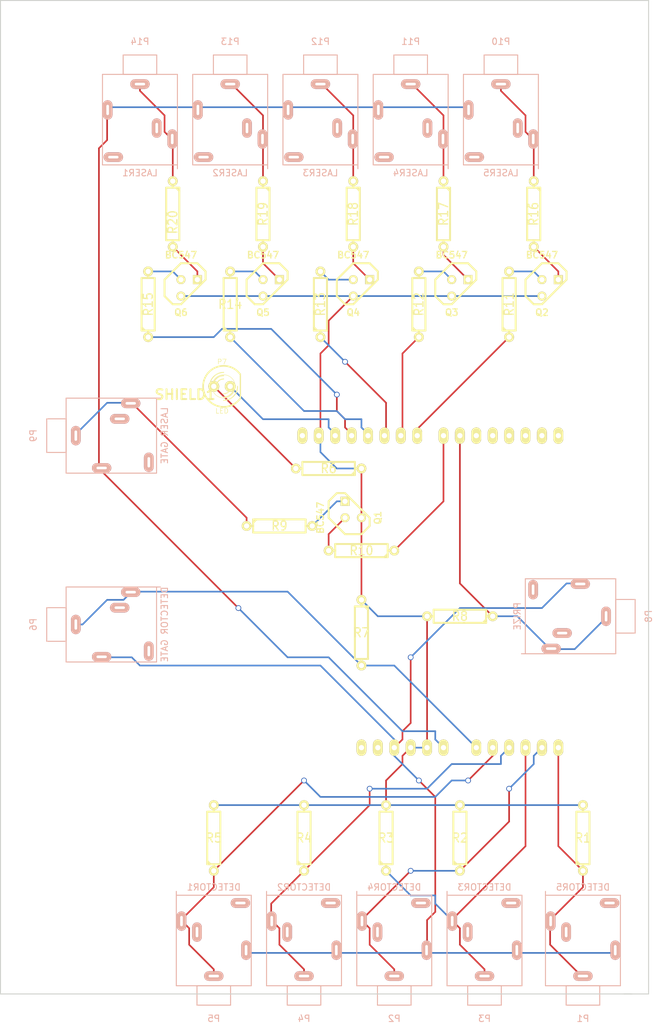
<source format=kicad_pcb>
(kicad_pcb (version 3) (host pcbnew "(2013-jul-07)-stable")

  (general
    (links 82)
    (no_connects 0)
    (area 132.004999 92.634999 233.239 251.019)
    (thickness 1.6)
    (drawings 5)
    (tracks 313)
    (zones 0)
    (modules 41)
    (nets 37)
  )

  (page A3)
  (layers
    (15 F.Cu signal)
    (0 B.Cu signal)
    (16 B.Adhes user)
    (17 F.Adhes user)
    (18 B.Paste user)
    (19 F.Paste user)
    (20 B.SilkS user)
    (21 F.SilkS user)
    (22 B.Mask user)
    (23 F.Mask user)
    (24 Dwgs.User user)
    (25 Cmts.User user)
    (26 Eco1.User user)
    (27 Eco2.User user)
    (28 Edge.Cuts user)
  )

  (setup
    (last_trace_width 0.254)
    (trace_clearance 0.254)
    (zone_clearance 0.508)
    (zone_45_only no)
    (trace_min 0.254)
    (segment_width 0.2)
    (edge_width 0.15)
    (via_size 0.889)
    (via_drill 0.635)
    (via_min_size 0.889)
    (via_min_drill 0.508)
    (uvia_size 0.508)
    (uvia_drill 0.127)
    (uvias_allowed no)
    (uvia_min_size 0.508)
    (uvia_min_drill 0.127)
    (pcb_text_width 0.3)
    (pcb_text_size 1 1)
    (mod_edge_width 0.15)
    (mod_text_size 1 1)
    (mod_text_width 0.15)
    (pad_size 1 1)
    (pad_drill 0.6)
    (pad_to_mask_clearance 0)
    (aux_axis_origin 0 0)
    (visible_elements FFFFFBBF)
    (pcbplotparams
      (layerselection 15761409)
      (usegerberextensions false)
      (excludeedgelayer true)
      (linewidth 0.150000)
      (plotframeref false)
      (viasonmask false)
      (mode 1)
      (useauxorigin false)
      (hpglpennumber 1)
      (hpglpenspeed 20)
      (hpglpendiameter 15)
      (hpglpenoverlay 2)
      (psnegative false)
      (psa4output false)
      (plotreference true)
      (plotvalue true)
      (plotothertext true)
      (plotinvisibletext false)
      (padsonsilk false)
      (subtractmaskfromsilk false)
      (outputformat 2)
      (mirror false)
      (drillshape 0)
      (scaleselection 1)
      (outputdirectory ../final/))
  )

  (net 0 "")
  (net 1 GND)
  (net 2 N-000001)
  (net 3 N-0000010)
  (net 4 N-0000011)
  (net 5 N-0000012)
  (net 6 N-0000013)
  (net 7 N-0000014)
  (net 8 N-0000015)
  (net 9 N-0000016)
  (net 10 N-0000017)
  (net 11 N-0000018)
  (net 12 N-0000019)
  (net 13 N-000002)
  (net 14 N-0000020)
  (net 15 N-0000021)
  (net 16 N-0000022)
  (net 17 N-0000023)
  (net 18 N-0000024)
  (net 19 N-0000025)
  (net 20 N-0000028)
  (net 21 N-000003)
  (net 22 N-0000035)
  (net 23 N-0000038)
  (net 24 N-000004)
  (net 25 N-0000041)
  (net 26 N-0000043)
  (net 27 N-0000045)
  (net 28 N-0000048)
  (net 29 N-0000053)
  (net 30 N-0000056)
  (net 31 N-0000059)
  (net 32 N-000006)
  (net 33 N-000007)
  (net 34 N-0000070)
  (net 35 N-000008)
  (net 36 N-000009)

  (net_class Default "This is the default net class."
    (clearance 0.254)
    (trace_width 0.254)
    (via_dia 0.889)
    (via_drill 0.635)
    (uvia_dia 0.508)
    (uvia_drill 0.127)
    (add_net "")
    (add_net GND)
    (add_net N-000001)
    (add_net N-0000010)
    (add_net N-0000011)
    (add_net N-0000012)
    (add_net N-0000013)
    (add_net N-0000014)
    (add_net N-0000015)
    (add_net N-0000016)
    (add_net N-0000017)
    (add_net N-0000018)
    (add_net N-0000019)
    (add_net N-000002)
    (add_net N-0000020)
    (add_net N-0000021)
    (add_net N-0000022)
    (add_net N-0000023)
    (add_net N-0000024)
    (add_net N-0000025)
    (add_net N-0000028)
    (add_net N-000003)
    (add_net N-0000035)
    (add_net N-0000038)
    (add_net N-000004)
    (add_net N-0000041)
    (add_net N-0000043)
    (add_net N-0000045)
    (add_net N-0000048)
    (add_net N-0000053)
    (add_net N-0000056)
    (add_net N-0000059)
    (add_net N-000006)
    (add_net N-000007)
    (add_net N-0000070)
    (add_net N-000008)
    (add_net N-000009)
  )

  (module TO92 (layer F.Cu) (tedit 443CFFD1) (tstamp 54DDE1B8)
    (at 186.69 171.45 90)
    (descr "Transistor TO92 brochage type BC237")
    (tags "TR TO92")
    (path /54D90396)
    (fp_text reference Q1 (at -1.27 3.81 90) (layer F.SilkS)
      (effects (font (size 1.016 1.016) (thickness 0.2032)))
    )
    (fp_text value BC547 (at -1.27 -5.08 90) (layer F.SilkS)
      (effects (font (size 1.016 1.016) (thickness 0.2032)))
    )
    (fp_line (start -1.27 2.54) (end 2.54 -1.27) (layer F.SilkS) (width 0.3048))
    (fp_line (start 2.54 -1.27) (end 2.54 -2.54) (layer F.SilkS) (width 0.3048))
    (fp_line (start 2.54 -2.54) (end 1.27 -3.81) (layer F.SilkS) (width 0.3048))
    (fp_line (start 1.27 -3.81) (end -1.27 -3.81) (layer F.SilkS) (width 0.3048))
    (fp_line (start -1.27 -3.81) (end -3.81 -1.27) (layer F.SilkS) (width 0.3048))
    (fp_line (start -3.81 -1.27) (end -3.81 1.27) (layer F.SilkS) (width 0.3048))
    (fp_line (start -3.81 1.27) (end -2.54 2.54) (layer F.SilkS) (width 0.3048))
    (fp_line (start -2.54 2.54) (end -1.27 2.54) (layer F.SilkS) (width 0.3048))
    (pad 1 thru_hole rect (at 1.27 -1.27 90) (size 1.397 1.397) (drill 0.8128)
      (layers *.Cu *.Mask F.SilkS)
      (net 8 N-0000015)
    )
    (pad 2 thru_hole circle (at -1.27 -1.27 90) (size 1.397 1.397) (drill 0.8128)
      (layers *.Cu *.Mask F.SilkS)
      (net 7 N-0000014)
    )
    (pad 3 thru_hole circle (at -1.27 1.27 90) (size 1.397 1.397) (drill 0.8128)
      (layers *.Cu *.Mask F.SilkS)
      (net 1 GND)
    )
    (model discret/to98.wrl
      (at (xyz 0 0 0))
      (scale (xyz 1 1 1))
      (rotate (xyz 0 0 0))
    )
  )

  (module TO92 (layer F.Cu) (tedit 443CFFD1) (tstamp 54DDE1C7)
    (at 161.29 137.16)
    (descr "Transistor TO92 brochage type BC237")
    (tags "TR TO92")
    (path /54D90387)
    (fp_text reference Q6 (at -1.27 3.81) (layer F.SilkS)
      (effects (font (size 1.016 1.016) (thickness 0.2032)))
    )
    (fp_text value BC547 (at -1.27 -5.08) (layer F.SilkS)
      (effects (font (size 1.016 1.016) (thickness 0.2032)))
    )
    (fp_line (start -1.27 2.54) (end 2.54 -1.27) (layer F.SilkS) (width 0.3048))
    (fp_line (start 2.54 -1.27) (end 2.54 -2.54) (layer F.SilkS) (width 0.3048))
    (fp_line (start 2.54 -2.54) (end 1.27 -3.81) (layer F.SilkS) (width 0.3048))
    (fp_line (start 1.27 -3.81) (end -1.27 -3.81) (layer F.SilkS) (width 0.3048))
    (fp_line (start -1.27 -3.81) (end -3.81 -1.27) (layer F.SilkS) (width 0.3048))
    (fp_line (start -3.81 -1.27) (end -3.81 1.27) (layer F.SilkS) (width 0.3048))
    (fp_line (start -3.81 1.27) (end -2.54 2.54) (layer F.SilkS) (width 0.3048))
    (fp_line (start -2.54 2.54) (end -1.27 2.54) (layer F.SilkS) (width 0.3048))
    (pad 1 thru_hole rect (at 1.27 -1.27) (size 1.397 1.397) (drill 0.8128)
      (layers *.Cu *.Mask F.SilkS)
      (net 10 N-0000017)
    )
    (pad 2 thru_hole circle (at -1.27 -1.27) (size 1.397 1.397) (drill 0.8128)
      (layers *.Cu *.Mask F.SilkS)
      (net 9 N-0000016)
    )
    (pad 3 thru_hole circle (at -1.27 1.27) (size 1.397 1.397) (drill 0.8128)
      (layers *.Cu *.Mask F.SilkS)
      (net 1 GND)
    )
    (model discret/to98.wrl
      (at (xyz 0 0 0))
      (scale (xyz 1 1 1))
      (rotate (xyz 0 0 0))
    )
  )

  (module TO92 (layer F.Cu) (tedit 443CFFD1) (tstamp 54DDE1D6)
    (at 173.99 137.16)
    (descr "Transistor TO92 brochage type BC237")
    (tags "TR TO92")
    (path /54D90378)
    (fp_text reference Q5 (at -1.27 3.81) (layer F.SilkS)
      (effects (font (size 1.016 1.016) (thickness 0.2032)))
    )
    (fp_text value BC547 (at -1.27 -5.08) (layer F.SilkS)
      (effects (font (size 1.016 1.016) (thickness 0.2032)))
    )
    (fp_line (start -1.27 2.54) (end 2.54 -1.27) (layer F.SilkS) (width 0.3048))
    (fp_line (start 2.54 -1.27) (end 2.54 -2.54) (layer F.SilkS) (width 0.3048))
    (fp_line (start 2.54 -2.54) (end 1.27 -3.81) (layer F.SilkS) (width 0.3048))
    (fp_line (start 1.27 -3.81) (end -1.27 -3.81) (layer F.SilkS) (width 0.3048))
    (fp_line (start -1.27 -3.81) (end -3.81 -1.27) (layer F.SilkS) (width 0.3048))
    (fp_line (start -3.81 -1.27) (end -3.81 1.27) (layer F.SilkS) (width 0.3048))
    (fp_line (start -3.81 1.27) (end -2.54 2.54) (layer F.SilkS) (width 0.3048))
    (fp_line (start -2.54 2.54) (end -1.27 2.54) (layer F.SilkS) (width 0.3048))
    (pad 1 thru_hole rect (at 1.27 -1.27) (size 1.397 1.397) (drill 0.8128)
      (layers *.Cu *.Mask F.SilkS)
      (net 12 N-0000019)
    )
    (pad 2 thru_hole circle (at -1.27 -1.27) (size 1.397 1.397) (drill 0.8128)
      (layers *.Cu *.Mask F.SilkS)
      (net 11 N-0000018)
    )
    (pad 3 thru_hole circle (at -1.27 1.27) (size 1.397 1.397) (drill 0.8128)
      (layers *.Cu *.Mask F.SilkS)
      (net 1 GND)
    )
    (model discret/to98.wrl
      (at (xyz 0 0 0))
      (scale (xyz 1 1 1))
      (rotate (xyz 0 0 0))
    )
  )

  (module TO92 (layer F.Cu) (tedit 443CFFD1) (tstamp 54DDE1E5)
    (at 187.96 137.16)
    (descr "Transistor TO92 brochage type BC237")
    (tags "TR TO92")
    (path /54D90369)
    (fp_text reference Q4 (at -1.27 3.81) (layer F.SilkS)
      (effects (font (size 1.016 1.016) (thickness 0.2032)))
    )
    (fp_text value BC547 (at -1.27 -5.08) (layer F.SilkS)
      (effects (font (size 1.016 1.016) (thickness 0.2032)))
    )
    (fp_line (start -1.27 2.54) (end 2.54 -1.27) (layer F.SilkS) (width 0.3048))
    (fp_line (start 2.54 -1.27) (end 2.54 -2.54) (layer F.SilkS) (width 0.3048))
    (fp_line (start 2.54 -2.54) (end 1.27 -3.81) (layer F.SilkS) (width 0.3048))
    (fp_line (start 1.27 -3.81) (end -1.27 -3.81) (layer F.SilkS) (width 0.3048))
    (fp_line (start -1.27 -3.81) (end -3.81 -1.27) (layer F.SilkS) (width 0.3048))
    (fp_line (start -3.81 -1.27) (end -3.81 1.27) (layer F.SilkS) (width 0.3048))
    (fp_line (start -3.81 1.27) (end -2.54 2.54) (layer F.SilkS) (width 0.3048))
    (fp_line (start -2.54 2.54) (end -1.27 2.54) (layer F.SilkS) (width 0.3048))
    (pad 1 thru_hole rect (at 1.27 -1.27) (size 1.397 1.397) (drill 0.8128)
      (layers *.Cu *.Mask F.SilkS)
      (net 15 N-0000021)
    )
    (pad 2 thru_hole circle (at -1.27 -1.27) (size 1.397 1.397) (drill 0.8128)
      (layers *.Cu *.Mask F.SilkS)
      (net 14 N-0000020)
    )
    (pad 3 thru_hole circle (at -1.27 1.27) (size 1.397 1.397) (drill 0.8128)
      (layers *.Cu *.Mask F.SilkS)
      (net 1 GND)
    )
    (model discret/to98.wrl
      (at (xyz 0 0 0))
      (scale (xyz 1 1 1))
      (rotate (xyz 0 0 0))
    )
  )

  (module TO92 (layer F.Cu) (tedit 443CFFD1) (tstamp 54DDE1F4)
    (at 203.2 137.16)
    (descr "Transistor TO92 brochage type BC237")
    (tags "TR TO92")
    (path /54D90354)
    (fp_text reference Q3 (at -1.27 3.81) (layer F.SilkS)
      (effects (font (size 1.016 1.016) (thickness 0.2032)))
    )
    (fp_text value BC547 (at -1.27 -5.08) (layer F.SilkS)
      (effects (font (size 1.016 1.016) (thickness 0.2032)))
    )
    (fp_line (start -1.27 2.54) (end 2.54 -1.27) (layer F.SilkS) (width 0.3048))
    (fp_line (start 2.54 -1.27) (end 2.54 -2.54) (layer F.SilkS) (width 0.3048))
    (fp_line (start 2.54 -2.54) (end 1.27 -3.81) (layer F.SilkS) (width 0.3048))
    (fp_line (start 1.27 -3.81) (end -1.27 -3.81) (layer F.SilkS) (width 0.3048))
    (fp_line (start -1.27 -3.81) (end -3.81 -1.27) (layer F.SilkS) (width 0.3048))
    (fp_line (start -3.81 -1.27) (end -3.81 1.27) (layer F.SilkS) (width 0.3048))
    (fp_line (start -3.81 1.27) (end -2.54 2.54) (layer F.SilkS) (width 0.3048))
    (fp_line (start -2.54 2.54) (end -1.27 2.54) (layer F.SilkS) (width 0.3048))
    (pad 1 thru_hole rect (at 1.27 -1.27) (size 1.397 1.397) (drill 0.8128)
      (layers *.Cu *.Mask F.SilkS)
      (net 16 N-0000022)
    )
    (pad 2 thru_hole circle (at -1.27 -1.27) (size 1.397 1.397) (drill 0.8128)
      (layers *.Cu *.Mask F.SilkS)
      (net 6 N-0000013)
    )
    (pad 3 thru_hole circle (at -1.27 1.27) (size 1.397 1.397) (drill 0.8128)
      (layers *.Cu *.Mask F.SilkS)
      (net 1 GND)
    )
    (model discret/to98.wrl
      (at (xyz 0 0 0))
      (scale (xyz 1 1 1))
      (rotate (xyz 0 0 0))
    )
  )

  (module TO92 (layer F.Cu) (tedit 443CFFD1) (tstamp 54DDE203)
    (at 217.17 137.16)
    (descr "Transistor TO92 brochage type BC237")
    (tags "TR TO92")
    (path /54D9033E)
    (fp_text reference Q2 (at -1.27 3.81) (layer F.SilkS)
      (effects (font (size 1.016 1.016) (thickness 0.2032)))
    )
    (fp_text value BC547 (at -1.27 -5.08) (layer F.SilkS)
      (effects (font (size 1.016 1.016) (thickness 0.2032)))
    )
    (fp_line (start -1.27 2.54) (end 2.54 -1.27) (layer F.SilkS) (width 0.3048))
    (fp_line (start 2.54 -1.27) (end 2.54 -2.54) (layer F.SilkS) (width 0.3048))
    (fp_line (start 2.54 -2.54) (end 1.27 -3.81) (layer F.SilkS) (width 0.3048))
    (fp_line (start 1.27 -3.81) (end -1.27 -3.81) (layer F.SilkS) (width 0.3048))
    (fp_line (start -1.27 -3.81) (end -3.81 -1.27) (layer F.SilkS) (width 0.3048))
    (fp_line (start -3.81 -1.27) (end -3.81 1.27) (layer F.SilkS) (width 0.3048))
    (fp_line (start -3.81 1.27) (end -2.54 2.54) (layer F.SilkS) (width 0.3048))
    (fp_line (start -2.54 2.54) (end -1.27 2.54) (layer F.SilkS) (width 0.3048))
    (pad 1 thru_hole rect (at 1.27 -1.27) (size 1.397 1.397) (drill 0.8128)
      (layers *.Cu *.Mask F.SilkS)
      (net 18 N-0000024)
    )
    (pad 2 thru_hole circle (at -1.27 -1.27) (size 1.397 1.397) (drill 0.8128)
      (layers *.Cu *.Mask F.SilkS)
      (net 17 N-0000023)
    )
    (pad 3 thru_hole circle (at -1.27 1.27) (size 1.397 1.397) (drill 0.8128)
      (layers *.Cu *.Mask F.SilkS)
      (net 1 GND)
    )
    (model discret/to98.wrl
      (at (xyz 0 0 0))
      (scale (xyz 1 1 1))
      (rotate (xyz 0 0 0))
    )
  )

  (module R4 (layer F.Cu) (tedit 54DDE3DD) (tstamp 54DDE211)
    (at 167.64 139.7 90)
    (descr "Resitance 4 pas")
    (tags R)
    (path /54D9088B)
    (autoplace_cost180 10)
    (fp_text reference R14 (at 0 0 180) (layer F.SilkS)
      (effects (font (size 1.397 1.27) (thickness 0.2032)))
    )
    (fp_text value 1000 (at 0 0 90) (layer F.SilkS) hide
      (effects (font (size 1.397 1.27) (thickness 0.2032)))
    )
    (fp_line (start -5.08 0) (end -4.064 0) (layer F.SilkS) (width 0.3048))
    (fp_line (start -4.064 0) (end -4.064 -1.016) (layer F.SilkS) (width 0.3048))
    (fp_line (start -4.064 -1.016) (end 4.064 -1.016) (layer F.SilkS) (width 0.3048))
    (fp_line (start 4.064 -1.016) (end 4.064 1.016) (layer F.SilkS) (width 0.3048))
    (fp_line (start 4.064 1.016) (end -4.064 1.016) (layer F.SilkS) (width 0.3048))
    (fp_line (start -4.064 1.016) (end -4.064 0) (layer F.SilkS) (width 0.3048))
    (fp_line (start -4.064 -0.508) (end -3.556 -1.016) (layer F.SilkS) (width 0.3048))
    (fp_line (start 5.08 0) (end 4.064 0) (layer F.SilkS) (width 0.3048))
    (pad 1 thru_hole circle (at -5.08 0 90) (size 1.524 1.524) (drill 0.8128)
      (layers *.Cu *.Mask F.SilkS)
      (net 24 N-000004)
    )
    (pad 2 thru_hole circle (at 5.08 0 90) (size 1.524 1.524) (drill 0.8128)
      (layers *.Cu *.Mask F.SilkS)
      (net 11 N-0000018)
    )
    (model discret/resistor.wrl
      (at (xyz 0 0 0))
      (scale (xyz 0.4 0.4 0.4))
      (rotate (xyz 0 0 0))
    )
  )

  (module R4 (layer F.Cu) (tedit 54DDF8D2) (tstamp 54DDE21F)
    (at 165.1 222.25 90)
    (descr "Resitance 4 pas")
    (tags R)
    (path /54D907F0)
    (autoplace_cost180 10)
    (fp_text reference R5 (at 0 0 180) (layer F.SilkS)
      (effects (font (size 1.397 1.27) (thickness 0.2032)))
    )
    (fp_text value 40k (at 0 0 90) (layer F.SilkS) hide
      (effects (font (size 1.397 1.27) (thickness 0.2032)))
    )
    (fp_line (start -5.08 0) (end -4.064 0) (layer F.SilkS) (width 0.3048))
    (fp_line (start -4.064 0) (end -4.064 -1.016) (layer F.SilkS) (width 0.3048))
    (fp_line (start -4.064 -1.016) (end 4.064 -1.016) (layer F.SilkS) (width 0.3048))
    (fp_line (start 4.064 -1.016) (end 4.064 1.016) (layer F.SilkS) (width 0.3048))
    (fp_line (start 4.064 1.016) (end -4.064 1.016) (layer F.SilkS) (width 0.3048))
    (fp_line (start -4.064 1.016) (end -4.064 0) (layer F.SilkS) (width 0.3048))
    (fp_line (start -4.064 -0.508) (end -3.556 -1.016) (layer F.SilkS) (width 0.3048))
    (fp_line (start 5.08 0) (end 4.064 0) (layer F.SilkS) (width 0.3048))
    (pad 1 thru_hole circle (at -5.08 0 90) (size 1.524 1.524) (drill 0.8128)
      (layers *.Cu *.Mask F.SilkS)
      (net 31 N-0000059)
    )
    (pad 2 thru_hole circle (at 5.08 0 90) (size 1.524 1.524) (drill 0.8128)
      (layers *.Cu *.Mask F.SilkS)
      (net 1 GND)
    )
    (model discret/resistor.wrl
      (at (xyz 0 0 0))
      (scale (xyz 0.4 0.4 0.4))
      (rotate (xyz 0 0 0))
    )
  )

  (module R4 (layer F.Cu) (tedit 54DDE855) (tstamp 54DDE22D)
    (at 187.96 190.5 270)
    (descr "Resitance 4 pas")
    (tags R)
    (path /54D907FF)
    (autoplace_cost180 10)
    (fp_text reference R7 (at 0 0 360) (layer F.SilkS)
      (effects (font (size 1.397 1.27) (thickness 0.2032)))
    )
    (fp_text value 40k (at 0 0 270) (layer F.SilkS) hide
      (effects (font (size 1.397 1.27) (thickness 0.2032)))
    )
    (fp_line (start -5.08 0) (end -4.064 0) (layer F.SilkS) (width 0.3048))
    (fp_line (start -4.064 0) (end -4.064 -1.016) (layer F.SilkS) (width 0.3048))
    (fp_line (start -4.064 -1.016) (end 4.064 -1.016) (layer F.SilkS) (width 0.3048))
    (fp_line (start 4.064 -1.016) (end 4.064 1.016) (layer F.SilkS) (width 0.3048))
    (fp_line (start 4.064 1.016) (end -4.064 1.016) (layer F.SilkS) (width 0.3048))
    (fp_line (start -4.064 1.016) (end -4.064 0) (layer F.SilkS) (width 0.3048))
    (fp_line (start -4.064 -0.508) (end -3.556 -1.016) (layer F.SilkS) (width 0.3048))
    (fp_line (start 5.08 0) (end 4.064 0) (layer F.SilkS) (width 0.3048))
    (pad 1 thru_hole circle (at -5.08 0 270) (size 1.524 1.524) (drill 0.8128)
      (layers *.Cu *.Mask F.SilkS)
      (net 1 GND)
    )
    (pad 2 thru_hole circle (at 5.08 0 270) (size 1.524 1.524) (drill 0.8128)
      (layers *.Cu *.Mask F.SilkS)
      (net 5 N-0000012)
    )
    (model discret/resistor.wrl
      (at (xyz 0 0 0))
      (scale (xyz 0.4 0.4 0.4))
      (rotate (xyz 0 0 0))
    )
  )

  (module R4 (layer F.Cu) (tedit 54DDE649) (tstamp 54DDE23B)
    (at 203.2 187.96 180)
    (descr "Resitance 4 pas")
    (tags R)
    (path /54D9080E)
    (autoplace_cost180 10)
    (fp_text reference R8 (at 0 0 180) (layer F.SilkS)
      (effects (font (size 1.397 1.27) (thickness 0.2032)))
    )
    (fp_text value 1000 (at 0 0 180) (layer F.SilkS) hide
      (effects (font (size 1.397 1.27) (thickness 0.2032)))
    )
    (fp_line (start -5.08 0) (end -4.064 0) (layer F.SilkS) (width 0.3048))
    (fp_line (start -4.064 0) (end -4.064 -1.016) (layer F.SilkS) (width 0.3048))
    (fp_line (start -4.064 -1.016) (end 4.064 -1.016) (layer F.SilkS) (width 0.3048))
    (fp_line (start 4.064 -1.016) (end 4.064 1.016) (layer F.SilkS) (width 0.3048))
    (fp_line (start 4.064 1.016) (end -4.064 1.016) (layer F.SilkS) (width 0.3048))
    (fp_line (start -4.064 1.016) (end -4.064 0) (layer F.SilkS) (width 0.3048))
    (fp_line (start -4.064 -0.508) (end -3.556 -1.016) (layer F.SilkS) (width 0.3048))
    (fp_line (start 5.08 0) (end 4.064 0) (layer F.SilkS) (width 0.3048))
    (pad 1 thru_hole circle (at -5.08 0 180) (size 1.524 1.524) (drill 0.8128)
      (layers *.Cu *.Mask F.SilkS)
      (net 22 N-0000035)
    )
    (pad 2 thru_hole circle (at 5.08 0 180) (size 1.524 1.524) (drill 0.8128)
      (layers *.Cu *.Mask F.SilkS)
      (net 1 GND)
    )
    (model discret/resistor.wrl
      (at (xyz 0 0 0))
      (scale (xyz 0.4 0.4 0.4))
      (rotate (xyz 0 0 0))
    )
  )

  (module R4 (layer F.Cu) (tedit 54DDE836) (tstamp 54DDE249)
    (at 187.96 177.8 180)
    (descr "Resitance 4 pas")
    (tags R)
    (path /54D9086D)
    (autoplace_cost180 10)
    (fp_text reference R10 (at 0 0 180) (layer F.SilkS)
      (effects (font (size 1.397 1.27) (thickness 0.2032)))
    )
    (fp_text value 1000 (at 0 0 180) (layer F.SilkS) hide
      (effects (font (size 1.397 1.27) (thickness 0.2032)))
    )
    (fp_line (start -5.08 0) (end -4.064 0) (layer F.SilkS) (width 0.3048))
    (fp_line (start -4.064 0) (end -4.064 -1.016) (layer F.SilkS) (width 0.3048))
    (fp_line (start -4.064 -1.016) (end 4.064 -1.016) (layer F.SilkS) (width 0.3048))
    (fp_line (start 4.064 -1.016) (end 4.064 1.016) (layer F.SilkS) (width 0.3048))
    (fp_line (start 4.064 1.016) (end -4.064 1.016) (layer F.SilkS) (width 0.3048))
    (fp_line (start -4.064 1.016) (end -4.064 0) (layer F.SilkS) (width 0.3048))
    (fp_line (start -4.064 -0.508) (end -3.556 -1.016) (layer F.SilkS) (width 0.3048))
    (fp_line (start 5.08 0) (end 4.064 0) (layer F.SilkS) (width 0.3048))
    (pad 1 thru_hole circle (at -5.08 0 180) (size 1.524 1.524) (drill 0.8128)
      (layers *.Cu *.Mask F.SilkS)
      (net 4 N-0000011)
    )
    (pad 2 thru_hole circle (at 5.08 0 180) (size 1.524 1.524) (drill 0.8128)
      (layers *.Cu *.Mask F.SilkS)
      (net 7 N-0000014)
    )
    (model discret/resistor.wrl
      (at (xyz 0 0 0))
      (scale (xyz 0.4 0.4 0.4))
      (rotate (xyz 0 0 0))
    )
  )

  (module R4 (layer F.Cu) (tedit 200000) (tstamp 54DDE257)
    (at 154.94 139.7 90)
    (descr "Resitance 4 pas")
    (tags R)
    (path /54D9087C)
    (autoplace_cost180 10)
    (fp_text reference R15 (at 0 0 90) (layer F.SilkS)
      (effects (font (size 1.397 1.27) (thickness 0.2032)))
    )
    (fp_text value 1000 (at 0 0 90) (layer F.SilkS) hide
      (effects (font (size 1.397 1.27) (thickness 0.2032)))
    )
    (fp_line (start -5.08 0) (end -4.064 0) (layer F.SilkS) (width 0.3048))
    (fp_line (start -4.064 0) (end -4.064 -1.016) (layer F.SilkS) (width 0.3048))
    (fp_line (start -4.064 -1.016) (end 4.064 -1.016) (layer F.SilkS) (width 0.3048))
    (fp_line (start 4.064 -1.016) (end 4.064 1.016) (layer F.SilkS) (width 0.3048))
    (fp_line (start 4.064 1.016) (end -4.064 1.016) (layer F.SilkS) (width 0.3048))
    (fp_line (start -4.064 1.016) (end -4.064 0) (layer F.SilkS) (width 0.3048))
    (fp_line (start -4.064 -0.508) (end -3.556 -1.016) (layer F.SilkS) (width 0.3048))
    (fp_line (start 5.08 0) (end 4.064 0) (layer F.SilkS) (width 0.3048))
    (pad 1 thru_hole circle (at -5.08 0 90) (size 1.524 1.524) (drill 0.8128)
      (layers *.Cu *.Mask F.SilkS)
      (net 21 N-000003)
    )
    (pad 2 thru_hole circle (at 5.08 0 90) (size 1.524 1.524) (drill 0.8128)
      (layers *.Cu *.Mask F.SilkS)
      (net 9 N-0000016)
    )
    (model discret/resistor.wrl
      (at (xyz 0 0 0))
      (scale (xyz 0.4 0.4 0.4))
      (rotate (xyz 0 0 0))
    )
  )

  (module R4 (layer F.Cu) (tedit 54DDF8CD) (tstamp 54DDFCC5)
    (at 203.2 222.25 90)
    (descr "Resitance 4 pas")
    (tags R)
    (path /54D907C3)
    (autoplace_cost180 10)
    (fp_text reference R2 (at 0 0 180) (layer F.SilkS)
      (effects (font (size 1.397 1.27) (thickness 0.2032)))
    )
    (fp_text value 40k (at 0 0 90) (layer F.SilkS) hide
      (effects (font (size 1.397 1.27) (thickness 0.2032)))
    )
    (fp_line (start -5.08 0) (end -4.064 0) (layer F.SilkS) (width 0.3048))
    (fp_line (start -4.064 0) (end -4.064 -1.016) (layer F.SilkS) (width 0.3048))
    (fp_line (start -4.064 -1.016) (end 4.064 -1.016) (layer F.SilkS) (width 0.3048))
    (fp_line (start 4.064 -1.016) (end 4.064 1.016) (layer F.SilkS) (width 0.3048))
    (fp_line (start 4.064 1.016) (end -4.064 1.016) (layer F.SilkS) (width 0.3048))
    (fp_line (start -4.064 1.016) (end -4.064 0) (layer F.SilkS) (width 0.3048))
    (fp_line (start -4.064 -0.508) (end -3.556 -1.016) (layer F.SilkS) (width 0.3048))
    (fp_line (start 5.08 0) (end 4.064 0) (layer F.SilkS) (width 0.3048))
    (pad 1 thru_hole circle (at -5.08 0 90) (size 1.524 1.524) (drill 0.8128)
      (layers *.Cu *.Mask F.SilkS)
      (net 20 N-0000028)
    )
    (pad 2 thru_hole circle (at 5.08 0 90) (size 1.524 1.524) (drill 0.8128)
      (layers *.Cu *.Mask F.SilkS)
      (net 1 GND)
    )
    (model discret/resistor.wrl
      (at (xyz 0 0 0))
      (scale (xyz 0.4 0.4 0.4))
      (rotate (xyz 0 0 0))
    )
  )

  (module R4 (layer F.Cu) (tedit 54DDE5F1) (tstamp 54DDE273)
    (at 181.61 139.7 90)
    (descr "Resitance 4 pas")
    (tags R)
    (path /54D9089A)
    (autoplace_cost180 10)
    (fp_text reference R13 (at 0 0 90) (layer F.SilkS)
      (effects (font (size 1.397 1.27) (thickness 0.2032)))
    )
    (fp_text value 1000 (at 0 0 90) (layer F.SilkS) hide
      (effects (font (size 1.397 1.27) (thickness 0.2032)))
    )
    (fp_line (start -5.08 0) (end -4.064 0) (layer F.SilkS) (width 0.3048))
    (fp_line (start -4.064 0) (end -4.064 -1.016) (layer F.SilkS) (width 0.3048))
    (fp_line (start -4.064 -1.016) (end 4.064 -1.016) (layer F.SilkS) (width 0.3048))
    (fp_line (start 4.064 -1.016) (end 4.064 1.016) (layer F.SilkS) (width 0.3048))
    (fp_line (start 4.064 1.016) (end -4.064 1.016) (layer F.SilkS) (width 0.3048))
    (fp_line (start -4.064 1.016) (end -4.064 0) (layer F.SilkS) (width 0.3048))
    (fp_line (start -4.064 -0.508) (end -3.556 -1.016) (layer F.SilkS) (width 0.3048))
    (fp_line (start 5.08 0) (end 4.064 0) (layer F.SilkS) (width 0.3048))
    (pad 1 thru_hole circle (at -5.08 0 90) (size 1.524 1.524) (drill 0.8128)
      (layers *.Cu *.Mask F.SilkS)
      (net 35 N-000008)
    )
    (pad 2 thru_hole circle (at 5.08 0 90) (size 1.524 1.524) (drill 0.8128)
      (layers *.Cu *.Mask F.SilkS)
      (net 14 N-0000020)
    )
    (model discret/resistor.wrl
      (at (xyz 0 0 0))
      (scale (xyz 0.4 0.4 0.4))
      (rotate (xyz 0 0 0))
    )
  )

  (module R4 (layer F.Cu) (tedit 200000) (tstamp 54DDE281)
    (at 196.85 139.7 90)
    (descr "Resitance 4 pas")
    (tags R)
    (path /54D908A9)
    (autoplace_cost180 10)
    (fp_text reference R12 (at 0 0 90) (layer F.SilkS)
      (effects (font (size 1.397 1.27) (thickness 0.2032)))
    )
    (fp_text value 1000 (at 0 0 90) (layer F.SilkS) hide
      (effects (font (size 1.397 1.27) (thickness 0.2032)))
    )
    (fp_line (start -5.08 0) (end -4.064 0) (layer F.SilkS) (width 0.3048))
    (fp_line (start -4.064 0) (end -4.064 -1.016) (layer F.SilkS) (width 0.3048))
    (fp_line (start -4.064 -1.016) (end 4.064 -1.016) (layer F.SilkS) (width 0.3048))
    (fp_line (start 4.064 -1.016) (end 4.064 1.016) (layer F.SilkS) (width 0.3048))
    (fp_line (start 4.064 1.016) (end -4.064 1.016) (layer F.SilkS) (width 0.3048))
    (fp_line (start -4.064 1.016) (end -4.064 0) (layer F.SilkS) (width 0.3048))
    (fp_line (start -4.064 -0.508) (end -3.556 -1.016) (layer F.SilkS) (width 0.3048))
    (fp_line (start 5.08 0) (end 4.064 0) (layer F.SilkS) (width 0.3048))
    (pad 1 thru_hole circle (at -5.08 0 90) (size 1.524 1.524) (drill 0.8128)
      (layers *.Cu *.Mask F.SilkS)
      (net 36 N-000009)
    )
    (pad 2 thru_hole circle (at 5.08 0 90) (size 1.524 1.524) (drill 0.8128)
      (layers *.Cu *.Mask F.SilkS)
      (net 6 N-0000013)
    )
    (model discret/resistor.wrl
      (at (xyz 0 0 0))
      (scale (xyz 0.4 0.4 0.4))
      (rotate (xyz 0 0 0))
    )
  )

  (module R4 (layer F.Cu) (tedit 54DDE539) (tstamp 54DDE28F)
    (at 210.82 139.7 90)
    (descr "Resitance 4 pas")
    (tags R)
    (path /54D908B8)
    (autoplace_cost180 10)
    (fp_text reference R11 (at 0 0 90) (layer F.SilkS)
      (effects (font (size 1.397 1.27) (thickness 0.2032)))
    )
    (fp_text value 1000 (at 0 0 90) (layer F.SilkS) hide
      (effects (font (size 1.397 1.27) (thickness 0.2032)))
    )
    (fp_line (start -5.08 0) (end -4.064 0) (layer F.SilkS) (width 0.3048))
    (fp_line (start -4.064 0) (end -4.064 -1.016) (layer F.SilkS) (width 0.3048))
    (fp_line (start -4.064 -1.016) (end 4.064 -1.016) (layer F.SilkS) (width 0.3048))
    (fp_line (start 4.064 -1.016) (end 4.064 1.016) (layer F.SilkS) (width 0.3048))
    (fp_line (start 4.064 1.016) (end -4.064 1.016) (layer F.SilkS) (width 0.3048))
    (fp_line (start -4.064 1.016) (end -4.064 0) (layer F.SilkS) (width 0.3048))
    (fp_line (start -4.064 -0.508) (end -3.556 -1.016) (layer F.SilkS) (width 0.3048))
    (fp_line (start 5.08 0) (end 4.064 0) (layer F.SilkS) (width 0.3048))
    (pad 1 thru_hole circle (at -5.08 0 90) (size 1.524 1.524) (drill 0.8128)
      (layers *.Cu *.Mask F.SilkS)
      (net 3 N-0000010)
    )
    (pad 2 thru_hole circle (at 5.08 0 90) (size 1.524 1.524) (drill 0.8128)
      (layers *.Cu *.Mask F.SilkS)
      (net 17 N-0000023)
    )
    (model discret/resistor.wrl
      (at (xyz 0 0 0))
      (scale (xyz 0.4 0.4 0.4))
      (rotate (xyz 0 0 0))
    )
  )

  (module R4 (layer F.Cu) (tedit 54DDF7EB) (tstamp 54DDFCB6)
    (at 182.88 165.1 180)
    (descr "Resitance 4 pas")
    (tags R)
    (path /54DCEF3E)
    (autoplace_cost180 10)
    (fp_text reference R6 (at 0 0 180) (layer F.SilkS)
      (effects (font (size 1.397 1.27) (thickness 0.2032)))
    )
    (fp_text value 1000 (at 0 0 180) (layer F.SilkS) hide
      (effects (font (size 1.397 1.27) (thickness 0.2032)))
    )
    (fp_line (start -5.08 0) (end -4.064 0) (layer F.SilkS) (width 0.3048))
    (fp_line (start -4.064 0) (end -4.064 -1.016) (layer F.SilkS) (width 0.3048))
    (fp_line (start -4.064 -1.016) (end 4.064 -1.016) (layer F.SilkS) (width 0.3048))
    (fp_line (start 4.064 -1.016) (end 4.064 1.016) (layer F.SilkS) (width 0.3048))
    (fp_line (start 4.064 1.016) (end -4.064 1.016) (layer F.SilkS) (width 0.3048))
    (fp_line (start -4.064 1.016) (end -4.064 0) (layer F.SilkS) (width 0.3048))
    (fp_line (start -4.064 -0.508) (end -3.556 -1.016) (layer F.SilkS) (width 0.3048))
    (fp_line (start 5.08 0) (end 4.064 0) (layer F.SilkS) (width 0.3048))
    (pad 1 thru_hole circle (at -5.08 0 180) (size 1.524 1.524) (drill 0.8128)
      (layers *.Cu *.Mask F.SilkS)
      (net 1 GND)
    )
    (pad 2 thru_hole circle (at 5.08 0 180) (size 1.524 1.524) (drill 0.8128)
      (layers *.Cu *.Mask F.SilkS)
      (net 34 N-0000070)
    )
    (model discret/resistor.wrl
      (at (xyz 0 0 0))
      (scale (xyz 0.4 0.4 0.4))
      (rotate (xyz 0 0 0))
    )
  )

  (module R4 (layer F.Cu) (tedit 200000) (tstamp 54DDE2AB)
    (at 214.63 125.73 270)
    (descr "Resitance 4 pas")
    (tags R)
    (path /54DCFDF0)
    (autoplace_cost180 10)
    (fp_text reference R16 (at 0 0 270) (layer F.SilkS)
      (effects (font (size 1.397 1.27) (thickness 0.2032)))
    )
    (fp_text value 22 (at 0 0 270) (layer F.SilkS) hide
      (effects (font (size 1.397 1.27) (thickness 0.2032)))
    )
    (fp_line (start -5.08 0) (end -4.064 0) (layer F.SilkS) (width 0.3048))
    (fp_line (start -4.064 0) (end -4.064 -1.016) (layer F.SilkS) (width 0.3048))
    (fp_line (start -4.064 -1.016) (end 4.064 -1.016) (layer F.SilkS) (width 0.3048))
    (fp_line (start 4.064 -1.016) (end 4.064 1.016) (layer F.SilkS) (width 0.3048))
    (fp_line (start 4.064 1.016) (end -4.064 1.016) (layer F.SilkS) (width 0.3048))
    (fp_line (start -4.064 1.016) (end -4.064 0) (layer F.SilkS) (width 0.3048))
    (fp_line (start -4.064 -0.508) (end -3.556 -1.016) (layer F.SilkS) (width 0.3048))
    (fp_line (start 5.08 0) (end 4.064 0) (layer F.SilkS) (width 0.3048))
    (pad 1 thru_hole circle (at -5.08 0 270) (size 1.524 1.524) (drill 0.8128)
      (layers *.Cu *.Mask F.SilkS)
      (net 28 N-0000048)
    )
    (pad 2 thru_hole circle (at 5.08 0 270) (size 1.524 1.524) (drill 0.8128)
      (layers *.Cu *.Mask F.SilkS)
      (net 18 N-0000024)
    )
    (model discret/resistor.wrl
      (at (xyz 0 0 0))
      (scale (xyz 0.4 0.4 0.4))
      (rotate (xyz 0 0 0))
    )
  )

  (module R4 (layer F.Cu) (tedit 200000) (tstamp 54DDE2B9)
    (at 200.66 125.73 270)
    (descr "Resitance 4 pas")
    (tags R)
    (path /54DCFDFF)
    (autoplace_cost180 10)
    (fp_text reference R17 (at 0 0 270) (layer F.SilkS)
      (effects (font (size 1.397 1.27) (thickness 0.2032)))
    )
    (fp_text value 22 (at 0 0 270) (layer F.SilkS) hide
      (effects (font (size 1.397 1.27) (thickness 0.2032)))
    )
    (fp_line (start -5.08 0) (end -4.064 0) (layer F.SilkS) (width 0.3048))
    (fp_line (start -4.064 0) (end -4.064 -1.016) (layer F.SilkS) (width 0.3048))
    (fp_line (start -4.064 -1.016) (end 4.064 -1.016) (layer F.SilkS) (width 0.3048))
    (fp_line (start 4.064 -1.016) (end 4.064 1.016) (layer F.SilkS) (width 0.3048))
    (fp_line (start 4.064 1.016) (end -4.064 1.016) (layer F.SilkS) (width 0.3048))
    (fp_line (start -4.064 1.016) (end -4.064 0) (layer F.SilkS) (width 0.3048))
    (fp_line (start -4.064 -0.508) (end -3.556 -1.016) (layer F.SilkS) (width 0.3048))
    (fp_line (start 5.08 0) (end 4.064 0) (layer F.SilkS) (width 0.3048))
    (pad 1 thru_hole circle (at -5.08 0 270) (size 1.524 1.524) (drill 0.8128)
      (layers *.Cu *.Mask F.SilkS)
      (net 26 N-0000043)
    )
    (pad 2 thru_hole circle (at 5.08 0 270) (size 1.524 1.524) (drill 0.8128)
      (layers *.Cu *.Mask F.SilkS)
      (net 16 N-0000022)
    )
    (model discret/resistor.wrl
      (at (xyz 0 0 0))
      (scale (xyz 0.4 0.4 0.4))
      (rotate (xyz 0 0 0))
    )
  )

  (module R4 (layer F.Cu) (tedit 200000) (tstamp 54DDE2C7)
    (at 186.69 125.73 270)
    (descr "Resitance 4 pas")
    (tags R)
    (path /54DCFE0E)
    (autoplace_cost180 10)
    (fp_text reference R18 (at 0 0 270) (layer F.SilkS)
      (effects (font (size 1.397 1.27) (thickness 0.2032)))
    )
    (fp_text value 22 (at 0 0 270) (layer F.SilkS) hide
      (effects (font (size 1.397 1.27) (thickness 0.2032)))
    )
    (fp_line (start -5.08 0) (end -4.064 0) (layer F.SilkS) (width 0.3048))
    (fp_line (start -4.064 0) (end -4.064 -1.016) (layer F.SilkS) (width 0.3048))
    (fp_line (start -4.064 -1.016) (end 4.064 -1.016) (layer F.SilkS) (width 0.3048))
    (fp_line (start 4.064 -1.016) (end 4.064 1.016) (layer F.SilkS) (width 0.3048))
    (fp_line (start 4.064 1.016) (end -4.064 1.016) (layer F.SilkS) (width 0.3048))
    (fp_line (start -4.064 1.016) (end -4.064 0) (layer F.SilkS) (width 0.3048))
    (fp_line (start -4.064 -0.508) (end -3.556 -1.016) (layer F.SilkS) (width 0.3048))
    (fp_line (start 5.08 0) (end 4.064 0) (layer F.SilkS) (width 0.3048))
    (pad 1 thru_hole circle (at -5.08 0 270) (size 1.524 1.524) (drill 0.8128)
      (layers *.Cu *.Mask F.SilkS)
      (net 25 N-0000041)
    )
    (pad 2 thru_hole circle (at 5.08 0 270) (size 1.524 1.524) (drill 0.8128)
      (layers *.Cu *.Mask F.SilkS)
      (net 15 N-0000021)
    )
    (model discret/resistor.wrl
      (at (xyz 0 0 0))
      (scale (xyz 0.4 0.4 0.4))
      (rotate (xyz 0 0 0))
    )
  )

  (module R4 (layer F.Cu) (tedit 200000) (tstamp 54DDE2D5)
    (at 172.72 125.73 270)
    (descr "Resitance 4 pas")
    (tags R)
    (path /54DCFE1D)
    (autoplace_cost180 10)
    (fp_text reference R19 (at 0 0 270) (layer F.SilkS)
      (effects (font (size 1.397 1.27) (thickness 0.2032)))
    )
    (fp_text value 22 (at 0 0 270) (layer F.SilkS) hide
      (effects (font (size 1.397 1.27) (thickness 0.2032)))
    )
    (fp_line (start -5.08 0) (end -4.064 0) (layer F.SilkS) (width 0.3048))
    (fp_line (start -4.064 0) (end -4.064 -1.016) (layer F.SilkS) (width 0.3048))
    (fp_line (start -4.064 -1.016) (end 4.064 -1.016) (layer F.SilkS) (width 0.3048))
    (fp_line (start 4.064 -1.016) (end 4.064 1.016) (layer F.SilkS) (width 0.3048))
    (fp_line (start 4.064 1.016) (end -4.064 1.016) (layer F.SilkS) (width 0.3048))
    (fp_line (start -4.064 1.016) (end -4.064 0) (layer F.SilkS) (width 0.3048))
    (fp_line (start -4.064 -0.508) (end -3.556 -1.016) (layer F.SilkS) (width 0.3048))
    (fp_line (start 5.08 0) (end 4.064 0) (layer F.SilkS) (width 0.3048))
    (pad 1 thru_hole circle (at -5.08 0 270) (size 1.524 1.524) (drill 0.8128)
      (layers *.Cu *.Mask F.SilkS)
      (net 23 N-0000038)
    )
    (pad 2 thru_hole circle (at 5.08 0 270) (size 1.524 1.524) (drill 0.8128)
      (layers *.Cu *.Mask F.SilkS)
      (net 12 N-0000019)
    )
    (model discret/resistor.wrl
      (at (xyz 0 0 0))
      (scale (xyz 0.4 0.4 0.4))
      (rotate (xyz 0 0 0))
    )
  )

  (module R4 (layer F.Cu) (tedit 54DDE61D) (tstamp 54DDE2E3)
    (at 158.75 125.73 270)
    (descr "Resitance 4 pas")
    (tags R)
    (path /54DCFE2C)
    (autoplace_cost180 10)
    (fp_text reference R20 (at 1.27 0 270) (layer F.SilkS)
      (effects (font (size 1.397 1.27) (thickness 0.2032)))
    )
    (fp_text value 22 (at 0 0 270) (layer F.SilkS) hide
      (effects (font (size 1.397 1.27) (thickness 0.2032)))
    )
    (fp_line (start -5.08 0) (end -4.064 0) (layer F.SilkS) (width 0.3048))
    (fp_line (start -4.064 0) (end -4.064 -1.016) (layer F.SilkS) (width 0.3048))
    (fp_line (start -4.064 -1.016) (end 4.064 -1.016) (layer F.SilkS) (width 0.3048))
    (fp_line (start 4.064 -1.016) (end 4.064 1.016) (layer F.SilkS) (width 0.3048))
    (fp_line (start 4.064 1.016) (end -4.064 1.016) (layer F.SilkS) (width 0.3048))
    (fp_line (start -4.064 1.016) (end -4.064 0) (layer F.SilkS) (width 0.3048))
    (fp_line (start -4.064 -0.508) (end -3.556 -1.016) (layer F.SilkS) (width 0.3048))
    (fp_line (start 5.08 0) (end 4.064 0) (layer F.SilkS) (width 0.3048))
    (pad 1 thru_hole circle (at -5.08 0 270) (size 1.524 1.524) (drill 0.8128)
      (layers *.Cu *.Mask F.SilkS)
      (net 27 N-0000045)
    )
    (pad 2 thru_hole circle (at 5.08 0 270) (size 1.524 1.524) (drill 0.8128)
      (layers *.Cu *.Mask F.SilkS)
      (net 10 N-0000017)
    )
    (model discret/resistor.wrl
      (at (xyz 0 0 0))
      (scale (xyz 0.4 0.4 0.4))
      (rotate (xyz 0 0 0))
    )
  )

  (module R4 (layer F.Cu) (tedit 200000) (tstamp 54DDE2F1)
    (at 175.26 173.99)
    (descr "Resitance 4 pas")
    (tags R)
    (path /54DCFE6D)
    (autoplace_cost180 10)
    (fp_text reference R9 (at 0 0) (layer F.SilkS)
      (effects (font (size 1.397 1.27) (thickness 0.2032)))
    )
    (fp_text value 22 (at 0 0) (layer F.SilkS) hide
      (effects (font (size 1.397 1.27) (thickness 0.2032)))
    )
    (fp_line (start -5.08 0) (end -4.064 0) (layer F.SilkS) (width 0.3048))
    (fp_line (start -4.064 0) (end -4.064 -1.016) (layer F.SilkS) (width 0.3048))
    (fp_line (start -4.064 -1.016) (end 4.064 -1.016) (layer F.SilkS) (width 0.3048))
    (fp_line (start 4.064 -1.016) (end 4.064 1.016) (layer F.SilkS) (width 0.3048))
    (fp_line (start 4.064 1.016) (end -4.064 1.016) (layer F.SilkS) (width 0.3048))
    (fp_line (start -4.064 1.016) (end -4.064 0) (layer F.SilkS) (width 0.3048))
    (fp_line (start -4.064 -0.508) (end -3.556 -1.016) (layer F.SilkS) (width 0.3048))
    (fp_line (start 5.08 0) (end 4.064 0) (layer F.SilkS) (width 0.3048))
    (pad 1 thru_hole circle (at -5.08 0) (size 1.524 1.524) (drill 0.8128)
      (layers *.Cu *.Mask F.SilkS)
      (net 33 N-000007)
    )
    (pad 2 thru_hole circle (at 5.08 0) (size 1.524 1.524) (drill 0.8128)
      (layers *.Cu *.Mask F.SilkS)
      (net 8 N-0000015)
    )
    (model discret/resistor.wrl
      (at (xyz 0 0 0))
      (scale (xyz 0.4 0.4 0.4))
      (rotate (xyz 0 0 0))
    )
  )

  (module R4 (layer F.Cu) (tedit 54DDF8CF) (tstamp 54DDE2FF)
    (at 191.77 222.25 90)
    (descr "Resitance 4 pas")
    (tags R)
    (path /54D907D2)
    (autoplace_cost180 10)
    (fp_text reference R3 (at 0 0 180) (layer F.SilkS)
      (effects (font (size 1.397 1.27) (thickness 0.2032)))
    )
    (fp_text value 40k (at 0 0 90) (layer F.SilkS) hide
      (effects (font (size 1.397 1.27) (thickness 0.2032)))
    )
    (fp_line (start -5.08 0) (end -4.064 0) (layer F.SilkS) (width 0.3048))
    (fp_line (start -4.064 0) (end -4.064 -1.016) (layer F.SilkS) (width 0.3048))
    (fp_line (start -4.064 -1.016) (end 4.064 -1.016) (layer F.SilkS) (width 0.3048))
    (fp_line (start 4.064 -1.016) (end 4.064 1.016) (layer F.SilkS) (width 0.3048))
    (fp_line (start 4.064 1.016) (end -4.064 1.016) (layer F.SilkS) (width 0.3048))
    (fp_line (start -4.064 1.016) (end -4.064 0) (layer F.SilkS) (width 0.3048))
    (fp_line (start -4.064 -0.508) (end -3.556 -1.016) (layer F.SilkS) (width 0.3048))
    (fp_line (start 5.08 0) (end 4.064 0) (layer F.SilkS) (width 0.3048))
    (pad 1 thru_hole circle (at -5.08 0 90) (size 1.524 1.524) (drill 0.8128)
      (layers *.Cu *.Mask F.SilkS)
      (net 29 N-0000053)
    )
    (pad 2 thru_hole circle (at 5.08 0 90) (size 1.524 1.524) (drill 0.8128)
      (layers *.Cu *.Mask F.SilkS)
      (net 1 GND)
    )
    (model discret/resistor.wrl
      (at (xyz 0 0 0))
      (scale (xyz 0.4 0.4 0.4))
      (rotate (xyz 0 0 0))
    )
  )

  (module R4 (layer F.Cu) (tedit 54DDF8D0) (tstamp 54DDE30D)
    (at 179.07 222.25 90)
    (descr "Resitance 4 pas")
    (tags R)
    (path /54D907E1)
    (autoplace_cost180 10)
    (fp_text reference R4 (at 0 0 180) (layer F.SilkS)
      (effects (font (size 1.397 1.27) (thickness 0.2032)))
    )
    (fp_text value 40k (at 0 0 90) (layer F.SilkS) hide
      (effects (font (size 1.397 1.27) (thickness 0.2032)))
    )
    (fp_line (start -5.08 0) (end -4.064 0) (layer F.SilkS) (width 0.3048))
    (fp_line (start -4.064 0) (end -4.064 -1.016) (layer F.SilkS) (width 0.3048))
    (fp_line (start -4.064 -1.016) (end 4.064 -1.016) (layer F.SilkS) (width 0.3048))
    (fp_line (start 4.064 -1.016) (end 4.064 1.016) (layer F.SilkS) (width 0.3048))
    (fp_line (start 4.064 1.016) (end -4.064 1.016) (layer F.SilkS) (width 0.3048))
    (fp_line (start -4.064 1.016) (end -4.064 0) (layer F.SilkS) (width 0.3048))
    (fp_line (start -4.064 -0.508) (end -3.556 -1.016) (layer F.SilkS) (width 0.3048))
    (fp_line (start 5.08 0) (end 4.064 0) (layer F.SilkS) (width 0.3048))
    (pad 1 thru_hole circle (at -5.08 0 90) (size 1.524 1.524) (drill 0.8128)
      (layers *.Cu *.Mask F.SilkS)
      (net 30 N-0000056)
    )
    (pad 2 thru_hole circle (at 5.08 0 90) (size 1.524 1.524) (drill 0.8128)
      (layers *.Cu *.Mask F.SilkS)
      (net 1 GND)
    )
    (model discret/resistor.wrl
      (at (xyz 0 0 0))
      (scale (xyz 0.4 0.4 0.4))
      (rotate (xyz 0 0 0))
    )
  )

  (module R4 (layer F.Cu) (tedit 54DDE471) (tstamp 54DDE31B)
    (at 222.25 222.25 90)
    (descr "Resitance 4 pas")
    (tags R)
    (path /54D907B4)
    (autoplace_cost180 10)
    (fp_text reference R1 (at 0 0 180) (layer F.SilkS)
      (effects (font (size 1.397 1.27) (thickness 0.2032)))
    )
    (fp_text value 40k (at 0 0 90) (layer F.SilkS) hide
      (effects (font (size 1.397 1.27) (thickness 0.2032)))
    )
    (fp_line (start -5.08 0) (end -4.064 0) (layer F.SilkS) (width 0.3048))
    (fp_line (start -4.064 0) (end -4.064 -1.016) (layer F.SilkS) (width 0.3048))
    (fp_line (start -4.064 -1.016) (end 4.064 -1.016) (layer F.SilkS) (width 0.3048))
    (fp_line (start 4.064 -1.016) (end 4.064 1.016) (layer F.SilkS) (width 0.3048))
    (fp_line (start 4.064 1.016) (end -4.064 1.016) (layer F.SilkS) (width 0.3048))
    (fp_line (start -4.064 1.016) (end -4.064 0) (layer F.SilkS) (width 0.3048))
    (fp_line (start -4.064 -0.508) (end -3.556 -1.016) (layer F.SilkS) (width 0.3048))
    (fp_line (start 5.08 0) (end 4.064 0) (layer F.SilkS) (width 0.3048))
    (pad 1 thru_hole circle (at -5.08 0 90) (size 1.524 1.524) (drill 0.8128)
      (layers *.Cu *.Mask F.SilkS)
      (net 19 N-0000025)
    )
    (pad 2 thru_hole circle (at 5.08 0 90) (size 1.524 1.524) (drill 0.8128)
      (layers *.Cu *.Mask F.SilkS)
      (net 1 GND)
    )
    (model discret/resistor.wrl
      (at (xyz 0 0 0))
      (scale (xyz 0.4 0.4 0.4))
      (rotate (xyz 0 0 0))
    )
  )

  (module LED-5MM (layer F.Cu) (tedit 50ADE86B) (tstamp 54DDE32A)
    (at 166.37 152.4)
    (descr "LED 5mm - Lead pitch 100mil (2,54mm)")
    (tags "LED led 5mm 5MM 100mil 2,54mm")
    (path /54DCEE5F)
    (fp_text reference P7 (at 0 -3.81) (layer F.SilkS)
      (effects (font (size 0.762 0.762) (thickness 0.0889)))
    )
    (fp_text value LED (at 0 3.81) (layer F.SilkS)
      (effects (font (size 0.762 0.762) (thickness 0.0889)))
    )
    (fp_line (start 2.8448 1.905) (end 2.8448 -1.905) (layer F.SilkS) (width 0.2032))
    (fp_circle (center 0.254 0) (end -1.016 1.27) (layer F.SilkS) (width 0.0762))
    (fp_arc (start 0.254 0) (end 2.794 1.905) (angle 286.2) (layer F.SilkS) (width 0.254))
    (fp_arc (start 0.254 0) (end -0.889 0) (angle 90) (layer F.SilkS) (width 0.1524))
    (fp_arc (start 0.254 0) (end 1.397 0) (angle 90) (layer F.SilkS) (width 0.1524))
    (fp_arc (start 0.254 0) (end -1.397 0) (angle 90) (layer F.SilkS) (width 0.1524))
    (fp_arc (start 0.254 0) (end 1.905 0) (angle 90) (layer F.SilkS) (width 0.1524))
    (fp_arc (start 0.254 0) (end -1.905 0) (angle 90) (layer F.SilkS) (width 0.1524))
    (fp_arc (start 0.254 0) (end 2.413 0) (angle 90) (layer F.SilkS) (width 0.1524))
    (pad 1 thru_hole circle (at -1.27 0) (size 1.6764 1.6764) (drill 0.8128)
      (layers *.Cu *.Mask F.SilkS)
      (net 34 N-0000070)
    )
    (pad 2 thru_hole circle (at 1.27 0) (size 1.6764 1.6764) (drill 0.8128)
      (layers *.Cu *.Mask F.SilkS)
      (net 13 N-000002)
    )
    (model discret/leds/led5_vertical_verde.wrl
      (at (xyz 0 0 0))
      (scale (xyz 1 1 1))
      (rotate (xyz 0 0 0))
    )
  )

  (module audiojack (layer B.Cu) (tedit 54DDE039) (tstamp 54DDE33D)
    (at 209.55 104.14 180)
    (path /54D90107)
    (fp_text reference P10 (at 0 5.08 180) (layer B.SilkS)
      (effects (font (size 1 1) (thickness 0.15)) (justify mirror))
    )
    (fp_text value LASER5 (at 0 -15.24 180) (layer B.SilkS)
      (effects (font (size 1 1) (thickness 0.15)) (justify mirror))
    )
    (fp_line (start 0 0) (end -5.8 0) (layer B.SilkS) (width 0.15))
    (fp_line (start -5.8 0) (end -5.8 -14.6) (layer B.SilkS) (width 0.15))
    (fp_line (start -5.8 -14) (end 5.8 -14) (layer B.SilkS) (width 0.15))
    (fp_line (start 5.8 -14) (end 5.8 0) (layer B.SilkS) (width 0.15))
    (fp_line (start 5.8 0) (end 0.1 0) (layer B.SilkS) (width 0.15))
    (fp_line (start 0 0) (end 2.6 0) (layer B.SilkS) (width 0.15))
    (fp_line (start 2.6 0) (end 2.6 3) (layer B.SilkS) (width 0.15))
    (fp_line (start 2.6 3) (end -2.6 3) (layer B.SilkS) (width 0.15))
    (fp_line (start -2.6 3) (end -2.6 0) (layer B.SilkS) (width 0.15))
    (fp_line (start -2.6 0) (end 0 0) (layer B.SilkS) (width 0.15))
    (pad 3 thru_hole oval (at -5 -10 180) (size 1.5 3) (drill oval 0.4 1.6)
      (layers *.Cu *.Mask B.SilkS)
      (net 28 N-0000048)
    )
    (pad 1 thru_hole oval (at 5 -5.5 180) (size 1.5 3) (drill oval 0.4 1.6)
      (layers *.Cu *.Mask B.SilkS)
      (net 2 N-000001)
    )
    (pad 4 thru_hole oval (at -2.6 -8.3 180) (size 1.5 3) (drill oval 0.4 1.6)
      (layers *.Cu *.Mask B.SilkS)
    )
    (pad 5 thru_hole oval (at 0 -1.5 180) (size 3 1.5) (drill oval 1.6 0.4)
      (layers *.Cu *.Mask B.SilkS)
      (net 28 N-0000048)
    )
    (pad 2 thru_hole oval (at 4.12 -12.8 180) (size 3 1.5) (drill oval 1.6 0.4)
      (layers *.Cu *.Mask B.SilkS)
    )
  )

  (module audiojack (layer B.Cu) (tedit 54DDE039) (tstamp 54DDE350)
    (at 195.58 104.14 180)
    (path /54D9013E)
    (fp_text reference P11 (at 0 5.08 180) (layer B.SilkS)
      (effects (font (size 1 1) (thickness 0.15)) (justify mirror))
    )
    (fp_text value LASER4 (at 0 -15.24 180) (layer B.SilkS)
      (effects (font (size 1 1) (thickness 0.15)) (justify mirror))
    )
    (fp_line (start 0 0) (end -5.8 0) (layer B.SilkS) (width 0.15))
    (fp_line (start -5.8 0) (end -5.8 -14.6) (layer B.SilkS) (width 0.15))
    (fp_line (start -5.8 -14) (end 5.8 -14) (layer B.SilkS) (width 0.15))
    (fp_line (start 5.8 -14) (end 5.8 0) (layer B.SilkS) (width 0.15))
    (fp_line (start 5.8 0) (end 0.1 0) (layer B.SilkS) (width 0.15))
    (fp_line (start 0 0) (end 2.6 0) (layer B.SilkS) (width 0.15))
    (fp_line (start 2.6 0) (end 2.6 3) (layer B.SilkS) (width 0.15))
    (fp_line (start 2.6 3) (end -2.6 3) (layer B.SilkS) (width 0.15))
    (fp_line (start -2.6 3) (end -2.6 0) (layer B.SilkS) (width 0.15))
    (fp_line (start -2.6 0) (end 0 0) (layer B.SilkS) (width 0.15))
    (pad 3 thru_hole oval (at -5 -10 180) (size 1.5 3) (drill oval 0.4 1.6)
      (layers *.Cu *.Mask B.SilkS)
      (net 26 N-0000043)
    )
    (pad 1 thru_hole oval (at 5 -5.5 180) (size 1.5 3) (drill oval 0.4 1.6)
      (layers *.Cu *.Mask B.SilkS)
      (net 2 N-000001)
    )
    (pad 4 thru_hole oval (at -2.6 -8.3 180) (size 1.5 3) (drill oval 0.4 1.6)
      (layers *.Cu *.Mask B.SilkS)
    )
    (pad 5 thru_hole oval (at 0 -1.5 180) (size 3 1.5) (drill oval 1.6 0.4)
      (layers *.Cu *.Mask B.SilkS)
      (net 26 N-0000043)
    )
    (pad 2 thru_hole oval (at 4.12 -12.8 180) (size 3 1.5) (drill oval 1.6 0.4)
      (layers *.Cu *.Mask B.SilkS)
    )
  )

  (module audiojack (layer B.Cu) (tedit 54DDE039) (tstamp 54DDE363)
    (at 181.61 104.14 180)
    (path /54D90170)
    (fp_text reference P12 (at 0 5.08 180) (layer B.SilkS)
      (effects (font (size 1 1) (thickness 0.15)) (justify mirror))
    )
    (fp_text value LASER3 (at 0 -15.24 180) (layer B.SilkS)
      (effects (font (size 1 1) (thickness 0.15)) (justify mirror))
    )
    (fp_line (start 0 0) (end -5.8 0) (layer B.SilkS) (width 0.15))
    (fp_line (start -5.8 0) (end -5.8 -14.6) (layer B.SilkS) (width 0.15))
    (fp_line (start -5.8 -14) (end 5.8 -14) (layer B.SilkS) (width 0.15))
    (fp_line (start 5.8 -14) (end 5.8 0) (layer B.SilkS) (width 0.15))
    (fp_line (start 5.8 0) (end 0.1 0) (layer B.SilkS) (width 0.15))
    (fp_line (start 0 0) (end 2.6 0) (layer B.SilkS) (width 0.15))
    (fp_line (start 2.6 0) (end 2.6 3) (layer B.SilkS) (width 0.15))
    (fp_line (start 2.6 3) (end -2.6 3) (layer B.SilkS) (width 0.15))
    (fp_line (start -2.6 3) (end -2.6 0) (layer B.SilkS) (width 0.15))
    (fp_line (start -2.6 0) (end 0 0) (layer B.SilkS) (width 0.15))
    (pad 3 thru_hole oval (at -5 -10 180) (size 1.5 3) (drill oval 0.4 1.6)
      (layers *.Cu *.Mask B.SilkS)
      (net 25 N-0000041)
    )
    (pad 1 thru_hole oval (at 5 -5.5 180) (size 1.5 3) (drill oval 0.4 1.6)
      (layers *.Cu *.Mask B.SilkS)
      (net 2 N-000001)
    )
    (pad 4 thru_hole oval (at -2.6 -8.3 180) (size 1.5 3) (drill oval 0.4 1.6)
      (layers *.Cu *.Mask B.SilkS)
    )
    (pad 5 thru_hole oval (at 0 -1.5 180) (size 3 1.5) (drill oval 1.6 0.4)
      (layers *.Cu *.Mask B.SilkS)
      (net 25 N-0000041)
    )
    (pad 2 thru_hole oval (at 4.12 -12.8 180) (size 3 1.5) (drill oval 1.6 0.4)
      (layers *.Cu *.Mask B.SilkS)
    )
  )

  (module audiojack (layer B.Cu) (tedit 54DDE039) (tstamp 54DDE376)
    (at 167.64 104.14 180)
    (path /54D901AC)
    (fp_text reference P13 (at 0 5.08 180) (layer B.SilkS)
      (effects (font (size 1 1) (thickness 0.15)) (justify mirror))
    )
    (fp_text value LASER2 (at 0 -15.24 180) (layer B.SilkS)
      (effects (font (size 1 1) (thickness 0.15)) (justify mirror))
    )
    (fp_line (start 0 0) (end -5.8 0) (layer B.SilkS) (width 0.15))
    (fp_line (start -5.8 0) (end -5.8 -14.6) (layer B.SilkS) (width 0.15))
    (fp_line (start -5.8 -14) (end 5.8 -14) (layer B.SilkS) (width 0.15))
    (fp_line (start 5.8 -14) (end 5.8 0) (layer B.SilkS) (width 0.15))
    (fp_line (start 5.8 0) (end 0.1 0) (layer B.SilkS) (width 0.15))
    (fp_line (start 0 0) (end 2.6 0) (layer B.SilkS) (width 0.15))
    (fp_line (start 2.6 0) (end 2.6 3) (layer B.SilkS) (width 0.15))
    (fp_line (start 2.6 3) (end -2.6 3) (layer B.SilkS) (width 0.15))
    (fp_line (start -2.6 3) (end -2.6 0) (layer B.SilkS) (width 0.15))
    (fp_line (start -2.6 0) (end 0 0) (layer B.SilkS) (width 0.15))
    (pad 3 thru_hole oval (at -5 -10 180) (size 1.5 3) (drill oval 0.4 1.6)
      (layers *.Cu *.Mask B.SilkS)
      (net 23 N-0000038)
    )
    (pad 1 thru_hole oval (at 5 -5.5 180) (size 1.5 3) (drill oval 0.4 1.6)
      (layers *.Cu *.Mask B.SilkS)
      (net 2 N-000001)
    )
    (pad 4 thru_hole oval (at -2.6 -8.3 180) (size 1.5 3) (drill oval 0.4 1.6)
      (layers *.Cu *.Mask B.SilkS)
    )
    (pad 5 thru_hole oval (at 0 -1.5 180) (size 3 1.5) (drill oval 1.6 0.4)
      (layers *.Cu *.Mask B.SilkS)
      (net 23 N-0000038)
    )
    (pad 2 thru_hole oval (at 4.12 -12.8 180) (size 3 1.5) (drill oval 1.6 0.4)
      (layers *.Cu *.Mask B.SilkS)
    )
  )

  (module audiojack (layer B.Cu) (tedit 54DDE039) (tstamp 54DDE389)
    (at 153.67 104.14 180)
    (path /54D901BB)
    (fp_text reference P14 (at 0 5.08 180) (layer B.SilkS)
      (effects (font (size 1 1) (thickness 0.15)) (justify mirror))
    )
    (fp_text value LASER1 (at 0 -15.24 180) (layer B.SilkS)
      (effects (font (size 1 1) (thickness 0.15)) (justify mirror))
    )
    (fp_line (start 0 0) (end -5.8 0) (layer B.SilkS) (width 0.15))
    (fp_line (start -5.8 0) (end -5.8 -14.6) (layer B.SilkS) (width 0.15))
    (fp_line (start -5.8 -14) (end 5.8 -14) (layer B.SilkS) (width 0.15))
    (fp_line (start 5.8 -14) (end 5.8 0) (layer B.SilkS) (width 0.15))
    (fp_line (start 5.8 0) (end 0.1 0) (layer B.SilkS) (width 0.15))
    (fp_line (start 0 0) (end 2.6 0) (layer B.SilkS) (width 0.15))
    (fp_line (start 2.6 0) (end 2.6 3) (layer B.SilkS) (width 0.15))
    (fp_line (start 2.6 3) (end -2.6 3) (layer B.SilkS) (width 0.15))
    (fp_line (start -2.6 3) (end -2.6 0) (layer B.SilkS) (width 0.15))
    (fp_line (start -2.6 0) (end 0 0) (layer B.SilkS) (width 0.15))
    (pad 3 thru_hole oval (at -5 -10 180) (size 1.5 3) (drill oval 0.4 1.6)
      (layers *.Cu *.Mask B.SilkS)
      (net 27 N-0000045)
    )
    (pad 1 thru_hole oval (at 5 -5.5 180) (size 1.5 3) (drill oval 0.4 1.6)
      (layers *.Cu *.Mask B.SilkS)
      (net 2 N-000001)
    )
    (pad 4 thru_hole oval (at -2.6 -8.3 180) (size 1.5 3) (drill oval 0.4 1.6)
      (layers *.Cu *.Mask B.SilkS)
    )
    (pad 5 thru_hole oval (at 0 -1.5 180) (size 3 1.5) (drill oval 1.6 0.4)
      (layers *.Cu *.Mask B.SilkS)
      (net 27 N-0000045)
    )
    (pad 2 thru_hole oval (at 4.12 -12.8 180) (size 3 1.5) (drill oval 1.6 0.4)
      (layers *.Cu *.Mask B.SilkS)
    )
  )

  (module audiojack (layer B.Cu) (tedit 54DDE039) (tstamp 54DE02AF)
    (at 142.24 160.02 270)
    (path /54D90215)
    (fp_text reference P9 (at 0 5.08 270) (layer B.SilkS)
      (effects (font (size 1 1) (thickness 0.15)) (justify mirror))
    )
    (fp_text value "LASER GATE" (at 0 -15.24 270) (layer B.SilkS)
      (effects (font (size 1 1) (thickness 0.15)) (justify mirror))
    )
    (fp_line (start 0 0) (end -5.8 0) (layer B.SilkS) (width 0.15))
    (fp_line (start -5.8 0) (end -5.8 -14.6) (layer B.SilkS) (width 0.15))
    (fp_line (start -5.8 -14) (end 5.8 -14) (layer B.SilkS) (width 0.15))
    (fp_line (start 5.8 -14) (end 5.8 0) (layer B.SilkS) (width 0.15))
    (fp_line (start 5.8 0) (end 0.1 0) (layer B.SilkS) (width 0.15))
    (fp_line (start 0 0) (end 2.6 0) (layer B.SilkS) (width 0.15))
    (fp_line (start 2.6 0) (end 2.6 3) (layer B.SilkS) (width 0.15))
    (fp_line (start 2.6 3) (end -2.6 3) (layer B.SilkS) (width 0.15))
    (fp_line (start -2.6 3) (end -2.6 0) (layer B.SilkS) (width 0.15))
    (fp_line (start -2.6 0) (end 0 0) (layer B.SilkS) (width 0.15))
    (pad 3 thru_hole oval (at -5 -10 270) (size 1.5 3) (drill oval 0.4 1.6)
      (layers *.Cu *.Mask B.SilkS)
      (net 33 N-000007)
    )
    (pad 1 thru_hole oval (at 5 -5.5 270) (size 1.5 3) (drill oval 0.4 1.6)
      (layers *.Cu *.Mask B.SilkS)
      (net 2 N-000001)
    )
    (pad 4 thru_hole oval (at -2.6 -8.3 270) (size 1.5 3) (drill oval 0.4 1.6)
      (layers *.Cu *.Mask B.SilkS)
    )
    (pad 5 thru_hole oval (at 0 -1.5 270) (size 3 1.5) (drill oval 1.6 0.4)
      (layers *.Cu *.Mask B.SilkS)
      (net 33 N-000007)
    )
    (pad 2 thru_hole oval (at 4.12 -12.8 270) (size 3 1.5) (drill oval 1.6 0.4)
      (layers *.Cu *.Mask B.SilkS)
    )
  )

  (module audiojack (layer B.Cu) (tedit 54DDE039) (tstamp 54DDE3AF)
    (at 142.24 189.23 270)
    (path /54D90224)
    (fp_text reference P6 (at 0 5.08 270) (layer B.SilkS)
      (effects (font (size 1 1) (thickness 0.15)) (justify mirror))
    )
    (fp_text value "DETECTOR GATE" (at 0 -15.24 270) (layer B.SilkS)
      (effects (font (size 1 1) (thickness 0.15)) (justify mirror))
    )
    (fp_line (start 0 0) (end -5.8 0) (layer B.SilkS) (width 0.15))
    (fp_line (start -5.8 0) (end -5.8 -14.6) (layer B.SilkS) (width 0.15))
    (fp_line (start -5.8 -14) (end 5.8 -14) (layer B.SilkS) (width 0.15))
    (fp_line (start 5.8 -14) (end 5.8 0) (layer B.SilkS) (width 0.15))
    (fp_line (start 5.8 0) (end 0.1 0) (layer B.SilkS) (width 0.15))
    (fp_line (start 0 0) (end 2.6 0) (layer B.SilkS) (width 0.15))
    (fp_line (start 2.6 0) (end 2.6 3) (layer B.SilkS) (width 0.15))
    (fp_line (start 2.6 3) (end -2.6 3) (layer B.SilkS) (width 0.15))
    (fp_line (start -2.6 3) (end -2.6 0) (layer B.SilkS) (width 0.15))
    (fp_line (start -2.6 0) (end 0 0) (layer B.SilkS) (width 0.15))
    (pad 3 thru_hole oval (at -5 -10 270) (size 1.5 3) (drill oval 0.4 1.6)
      (layers *.Cu *.Mask B.SilkS)
      (net 5 N-0000012)
    )
    (pad 1 thru_hole oval (at 5 -5.5 270) (size 1.5 3) (drill oval 0.4 1.6)
      (layers *.Cu *.Mask B.SilkS)
      (net 32 N-000006)
    )
    (pad 4 thru_hole oval (at -2.6 -8.3 270) (size 1.5 3) (drill oval 0.4 1.6)
      (layers *.Cu *.Mask B.SilkS)
    )
    (pad 5 thru_hole oval (at 0 -1.5 270) (size 3 1.5) (drill oval 1.6 0.4)
      (layers *.Cu *.Mask B.SilkS)
      (net 5 N-0000012)
    )
    (pad 2 thru_hole oval (at 4.12 -12.8 270) (size 3 1.5) (drill oval 1.6 0.4)
      (layers *.Cu *.Mask B.SilkS)
    )
  )

  (module audiojack (layer B.Cu) (tedit 54DDE039) (tstamp 54DDE3C2)
    (at 165.1 245.11)
    (path /54D9027F)
    (fp_text reference P5 (at 0 5.08) (layer B.SilkS)
      (effects (font (size 1 1) (thickness 0.15)) (justify mirror))
    )
    (fp_text value DETECTOR1 (at 0 -15.24) (layer B.SilkS)
      (effects (font (size 1 1) (thickness 0.15)) (justify mirror))
    )
    (fp_line (start 0 0) (end -5.8 0) (layer B.SilkS) (width 0.15))
    (fp_line (start -5.8 0) (end -5.8 -14.6) (layer B.SilkS) (width 0.15))
    (fp_line (start -5.8 -14) (end 5.8 -14) (layer B.SilkS) (width 0.15))
    (fp_line (start 5.8 -14) (end 5.8 0) (layer B.SilkS) (width 0.15))
    (fp_line (start 5.8 0) (end 0.1 0) (layer B.SilkS) (width 0.15))
    (fp_line (start 0 0) (end 2.6 0) (layer B.SilkS) (width 0.15))
    (fp_line (start 2.6 0) (end 2.6 3) (layer B.SilkS) (width 0.15))
    (fp_line (start 2.6 3) (end -2.6 3) (layer B.SilkS) (width 0.15))
    (fp_line (start -2.6 3) (end -2.6 0) (layer B.SilkS) (width 0.15))
    (fp_line (start -2.6 0) (end 0 0) (layer B.SilkS) (width 0.15))
    (pad 3 thru_hole oval (at -5 -10) (size 1.5 3) (drill oval 0.4 1.6)
      (layers *.Cu *.Mask B.SilkS)
      (net 31 N-0000059)
    )
    (pad 1 thru_hole oval (at 5 -5.5) (size 1.5 3) (drill oval 0.4 1.6)
      (layers *.Cu *.Mask B.SilkS)
      (net 32 N-000006)
    )
    (pad 4 thru_hole oval (at -2.6 -8.3) (size 1.5 3) (drill oval 0.4 1.6)
      (layers *.Cu *.Mask B.SilkS)
    )
    (pad 5 thru_hole oval (at 0 -1.5) (size 3 1.5) (drill oval 1.6 0.4)
      (layers *.Cu *.Mask B.SilkS)
      (net 31 N-0000059)
    )
    (pad 2 thru_hole oval (at 4.12 -12.8) (size 3 1.5) (drill oval 1.6 0.4)
      (layers *.Cu *.Mask B.SilkS)
    )
  )

  (module audiojack (layer B.Cu) (tedit 54DDE039) (tstamp 54DDE3D5)
    (at 179.07 245.11)
    (path /54D9028E)
    (fp_text reference P4 (at 0 5.08) (layer B.SilkS)
      (effects (font (size 1 1) (thickness 0.15)) (justify mirror))
    )
    (fp_text value DETECTOR2 (at 0 -15.24) (layer B.SilkS)
      (effects (font (size 1 1) (thickness 0.15)) (justify mirror))
    )
    (fp_line (start 0 0) (end -5.8 0) (layer B.SilkS) (width 0.15))
    (fp_line (start -5.8 0) (end -5.8 -14.6) (layer B.SilkS) (width 0.15))
    (fp_line (start -5.8 -14) (end 5.8 -14) (layer B.SilkS) (width 0.15))
    (fp_line (start 5.8 -14) (end 5.8 0) (layer B.SilkS) (width 0.15))
    (fp_line (start 5.8 0) (end 0.1 0) (layer B.SilkS) (width 0.15))
    (fp_line (start 0 0) (end 2.6 0) (layer B.SilkS) (width 0.15))
    (fp_line (start 2.6 0) (end 2.6 3) (layer B.SilkS) (width 0.15))
    (fp_line (start 2.6 3) (end -2.6 3) (layer B.SilkS) (width 0.15))
    (fp_line (start -2.6 3) (end -2.6 0) (layer B.SilkS) (width 0.15))
    (fp_line (start -2.6 0) (end 0 0) (layer B.SilkS) (width 0.15))
    (pad 3 thru_hole oval (at -5 -10) (size 1.5 3) (drill oval 0.4 1.6)
      (layers *.Cu *.Mask B.SilkS)
      (net 30 N-0000056)
    )
    (pad 1 thru_hole oval (at 5 -5.5) (size 1.5 3) (drill oval 0.4 1.6)
      (layers *.Cu *.Mask B.SilkS)
      (net 32 N-000006)
    )
    (pad 4 thru_hole oval (at -2.6 -8.3) (size 1.5 3) (drill oval 0.4 1.6)
      (layers *.Cu *.Mask B.SilkS)
    )
    (pad 5 thru_hole oval (at 0 -1.5) (size 3 1.5) (drill oval 1.6 0.4)
      (layers *.Cu *.Mask B.SilkS)
      (net 30 N-0000056)
    )
    (pad 2 thru_hole oval (at 4.12 -12.8) (size 3 1.5) (drill oval 1.6 0.4)
      (layers *.Cu *.Mask B.SilkS)
    )
  )

  (module audiojack (layer B.Cu) (tedit 54DDE039) (tstamp 54DDE3E8)
    (at 207.01 245.11)
    (path /54D9029D)
    (fp_text reference P3 (at 0 5.08) (layer B.SilkS)
      (effects (font (size 1 1) (thickness 0.15)) (justify mirror))
    )
    (fp_text value DETECTOR3 (at 0 -15.24) (layer B.SilkS)
      (effects (font (size 1 1) (thickness 0.15)) (justify mirror))
    )
    (fp_line (start 0 0) (end -5.8 0) (layer B.SilkS) (width 0.15))
    (fp_line (start -5.8 0) (end -5.8 -14.6) (layer B.SilkS) (width 0.15))
    (fp_line (start -5.8 -14) (end 5.8 -14) (layer B.SilkS) (width 0.15))
    (fp_line (start 5.8 -14) (end 5.8 0) (layer B.SilkS) (width 0.15))
    (fp_line (start 5.8 0) (end 0.1 0) (layer B.SilkS) (width 0.15))
    (fp_line (start 0 0) (end 2.6 0) (layer B.SilkS) (width 0.15))
    (fp_line (start 2.6 0) (end 2.6 3) (layer B.SilkS) (width 0.15))
    (fp_line (start 2.6 3) (end -2.6 3) (layer B.SilkS) (width 0.15))
    (fp_line (start -2.6 3) (end -2.6 0) (layer B.SilkS) (width 0.15))
    (fp_line (start -2.6 0) (end 0 0) (layer B.SilkS) (width 0.15))
    (pad 3 thru_hole oval (at -5 -10) (size 1.5 3) (drill oval 0.4 1.6)
      (layers *.Cu *.Mask B.SilkS)
      (net 29 N-0000053)
    )
    (pad 1 thru_hole oval (at 5 -5.5) (size 1.5 3) (drill oval 0.4 1.6)
      (layers *.Cu *.Mask B.SilkS)
      (net 32 N-000006)
    )
    (pad 4 thru_hole oval (at -2.6 -8.3) (size 1.5 3) (drill oval 0.4 1.6)
      (layers *.Cu *.Mask B.SilkS)
    )
    (pad 5 thru_hole oval (at 0 -1.5) (size 3 1.5) (drill oval 1.6 0.4)
      (layers *.Cu *.Mask B.SilkS)
      (net 29 N-0000053)
    )
    (pad 2 thru_hole oval (at 4.12 -12.8) (size 3 1.5) (drill oval 1.6 0.4)
      (layers *.Cu *.Mask B.SilkS)
    )
  )

  (module audiojack (layer B.Cu) (tedit 54DDE039) (tstamp 54DDE3FB)
    (at 193.04 245.11)
    (path /54D902AC)
    (fp_text reference P2 (at 0 5.08) (layer B.SilkS)
      (effects (font (size 1 1) (thickness 0.15)) (justify mirror))
    )
    (fp_text value DETECTOR4 (at 0 -15.24) (layer B.SilkS)
      (effects (font (size 1 1) (thickness 0.15)) (justify mirror))
    )
    (fp_line (start 0 0) (end -5.8 0) (layer B.SilkS) (width 0.15))
    (fp_line (start -5.8 0) (end -5.8 -14.6) (layer B.SilkS) (width 0.15))
    (fp_line (start -5.8 -14) (end 5.8 -14) (layer B.SilkS) (width 0.15))
    (fp_line (start 5.8 -14) (end 5.8 0) (layer B.SilkS) (width 0.15))
    (fp_line (start 5.8 0) (end 0.1 0) (layer B.SilkS) (width 0.15))
    (fp_line (start 0 0) (end 2.6 0) (layer B.SilkS) (width 0.15))
    (fp_line (start 2.6 0) (end 2.6 3) (layer B.SilkS) (width 0.15))
    (fp_line (start 2.6 3) (end -2.6 3) (layer B.SilkS) (width 0.15))
    (fp_line (start -2.6 3) (end -2.6 0) (layer B.SilkS) (width 0.15))
    (fp_line (start -2.6 0) (end 0 0) (layer B.SilkS) (width 0.15))
    (pad 3 thru_hole oval (at -5 -10) (size 1.5 3) (drill oval 0.4 1.6)
      (layers *.Cu *.Mask B.SilkS)
      (net 20 N-0000028)
    )
    (pad 1 thru_hole oval (at 5 -5.5) (size 1.5 3) (drill oval 0.4 1.6)
      (layers *.Cu *.Mask B.SilkS)
      (net 32 N-000006)
    )
    (pad 4 thru_hole oval (at -2.6 -8.3) (size 1.5 3) (drill oval 0.4 1.6)
      (layers *.Cu *.Mask B.SilkS)
    )
    (pad 5 thru_hole oval (at 0 -1.5) (size 3 1.5) (drill oval 1.6 0.4)
      (layers *.Cu *.Mask B.SilkS)
      (net 20 N-0000028)
    )
    (pad 2 thru_hole oval (at 4.12 -12.8) (size 3 1.5) (drill oval 1.6 0.4)
      (layers *.Cu *.Mask B.SilkS)
    )
  )

  (module audiojack (layer B.Cu) (tedit 54DDE039) (tstamp 54DDE40E)
    (at 222.25 245.11)
    (path /54D902BB)
    (fp_text reference P1 (at 0 5.08) (layer B.SilkS)
      (effects (font (size 1 1) (thickness 0.15)) (justify mirror))
    )
    (fp_text value DETECTOR5 (at 0 -15.24) (layer B.SilkS)
      (effects (font (size 1 1) (thickness 0.15)) (justify mirror))
    )
    (fp_line (start 0 0) (end -5.8 0) (layer B.SilkS) (width 0.15))
    (fp_line (start -5.8 0) (end -5.8 -14.6) (layer B.SilkS) (width 0.15))
    (fp_line (start -5.8 -14) (end 5.8 -14) (layer B.SilkS) (width 0.15))
    (fp_line (start 5.8 -14) (end 5.8 0) (layer B.SilkS) (width 0.15))
    (fp_line (start 5.8 0) (end 0.1 0) (layer B.SilkS) (width 0.15))
    (fp_line (start 0 0) (end 2.6 0) (layer B.SilkS) (width 0.15))
    (fp_line (start 2.6 0) (end 2.6 3) (layer B.SilkS) (width 0.15))
    (fp_line (start 2.6 3) (end -2.6 3) (layer B.SilkS) (width 0.15))
    (fp_line (start -2.6 3) (end -2.6 0) (layer B.SilkS) (width 0.15))
    (fp_line (start -2.6 0) (end 0 0) (layer B.SilkS) (width 0.15))
    (pad 3 thru_hole oval (at -5 -10) (size 1.5 3) (drill oval 0.4 1.6)
      (layers *.Cu *.Mask B.SilkS)
      (net 19 N-0000025)
    )
    (pad 1 thru_hole oval (at 5 -5.5) (size 1.5 3) (drill oval 0.4 1.6)
      (layers *.Cu *.Mask B.SilkS)
      (net 32 N-000006)
    )
    (pad 4 thru_hole oval (at -2.6 -8.3) (size 1.5 3) (drill oval 0.4 1.6)
      (layers *.Cu *.Mask B.SilkS)
    )
    (pad 5 thru_hole oval (at 0 -1.5) (size 3 1.5) (drill oval 1.6 0.4)
      (layers *.Cu *.Mask B.SilkS)
      (net 19 N-0000025)
    )
    (pad 2 thru_hole oval (at 4.12 -12.8) (size 3 1.5) (drill oval 1.6 0.4)
      (layers *.Cu *.Mask B.SilkS)
    )
  )

  (module audiojack (layer B.Cu) (tedit 54DDE039) (tstamp 54DDE421)
    (at 227.33 187.96 90)
    (path /54D9006F)
    (fp_text reference P8 (at 0 5.08 90) (layer B.SilkS)
      (effects (font (size 1 1) (thickness 0.15)) (justify mirror))
    )
    (fp_text value PRIZE (at 0 -15.24 90) (layer B.SilkS)
      (effects (font (size 1 1) (thickness 0.15)) (justify mirror))
    )
    (fp_line (start 0 0) (end -5.8 0) (layer B.SilkS) (width 0.15))
    (fp_line (start -5.8 0) (end -5.8 -14.6) (layer B.SilkS) (width 0.15))
    (fp_line (start -5.8 -14) (end 5.8 -14) (layer B.SilkS) (width 0.15))
    (fp_line (start 5.8 -14) (end 5.8 0) (layer B.SilkS) (width 0.15))
    (fp_line (start 5.8 0) (end 0.1 0) (layer B.SilkS) (width 0.15))
    (fp_line (start 0 0) (end 2.6 0) (layer B.SilkS) (width 0.15))
    (fp_line (start 2.6 0) (end 2.6 3) (layer B.SilkS) (width 0.15))
    (fp_line (start 2.6 3) (end -2.6 3) (layer B.SilkS) (width 0.15))
    (fp_line (start -2.6 3) (end -2.6 0) (layer B.SilkS) (width 0.15))
    (fp_line (start -2.6 0) (end 0 0) (layer B.SilkS) (width 0.15))
    (pad 3 thru_hole oval (at -5 -10 90) (size 1.5 3) (drill oval 0.4 1.6)
      (layers *.Cu *.Mask B.SilkS)
      (net 22 N-0000035)
    )
    (pad 1 thru_hole oval (at 5 -5.5 90) (size 1.5 3) (drill oval 0.4 1.6)
      (layers *.Cu *.Mask B.SilkS)
      (net 32 N-000006)
    )
    (pad 4 thru_hole oval (at -2.6 -8.3 90) (size 1.5 3) (drill oval 0.4 1.6)
      (layers *.Cu *.Mask B.SilkS)
    )
    (pad 5 thru_hole oval (at 0 -1.5 90) (size 3 1.5) (drill oval 1.6 0.4)
      (layers *.Cu *.Mask B.SilkS)
      (net 22 N-0000035)
    )
    (pad 2 thru_hole oval (at 4.12 -12.8 90) (size 3 1.5) (drill oval 1.6 0.4)
      (layers *.Cu *.Mask B.SilkS)
    )
  )

  (module ARDUINO_SHIELD_2 (layer F.Cu) (tedit 4DE3FAAE) (tstamp 54DDE454)
    (at 154.94 210.82)
    (path /54D909B1)
    (fp_text reference SHIELD1 (at 5.715 -57.15) (layer F.SilkS)
      (effects (font (size 1.524 1.524) (thickness 0.3048)))
    )
    (fp_text value ARDUINO_SHIELD (at 10.16 -54.61) (layer F.SilkS) hide
      (effects (font (size 1.524 1.524) (thickness 0.3048)))
    )
    (fp_line (start 0 -44.45) (end 10.16 -44.45) (layer Dwgs.User) (width 0.381))
    (fp_line (start 10.16 -44.45) (end 10.16 -31.75) (layer Dwgs.User) (width 0.381))
    (fp_line (start 10.16 -31.75) (end 0 -31.75) (layer Dwgs.User) (width 0.381))
    (fp_line (start 12.7 -4.318) (end 0 -4.318) (layer Dwgs.User) (width 0.381))
    (fp_line (start 0 -12.7) (end 12.7 -12.7) (layer Dwgs.User) (width 0.381))
    (fp_line (start 12.7 -12.7) (end 12.7 -4.572) (layer Dwgs.User) (width 0.381))
    (fp_circle (center 13.97 -2.54) (end 16.002 -1.524) (layer Dwgs.User) (width 0.381))
    (fp_circle (center 15.24 -50.8) (end 16.764 -49.276) (layer Dwgs.User) (width 0.381))
    (fp_circle (center 66.04 -7.62) (end 67.31 -6.096) (layer Dwgs.User) (width 0.381))
    (fp_circle (center 66.04 -35.56) (end 67.31 -34.036) (layer Dwgs.User) (width 0.381))
    (fp_line (start 66.04 -40.64) (end 66.04 -52.07) (layer Dwgs.User) (width 0.381))
    (fp_line (start 66.04 -52.07) (end 64.77 -53.34) (layer Dwgs.User) (width 0.381))
    (fp_line (start 64.77 -53.34) (end 0 -53.34) (layer Dwgs.User) (width 0.381))
    (fp_line (start 66.04 0) (end 0 0) (layer Dwgs.User) (width 0.381))
    (fp_line (start 0 0) (end 0 -53.34) (layer Dwgs.User) (width 0.381))
    (fp_line (start 66.04 -40.64) (end 68.58 -38.1) (layer Dwgs.User) (width 0.381))
    (fp_line (start 68.58 -38.1) (end 68.58 -5.08) (layer Dwgs.User) (width 0.381))
    (fp_line (start 68.58 -5.08) (end 66.04 -2.54) (layer Dwgs.User) (width 0.381))
    (fp_line (start 66.04 -2.54) (end 66.04 0) (layer Dwgs.User) (width 0.381))
    (pad AD5 thru_hole oval (at 63.5 -2.54 90) (size 2.54 1.524) (drill 0.8128)
      (layers *.Cu *.Mask F.SilkS)
      (net 19 N-0000025)
    )
    (pad AD4 thru_hole oval (at 60.96 -2.54 90) (size 2.54 1.524) (drill 0.8128)
      (layers *.Cu *.Mask F.SilkS)
      (net 20 N-0000028)
    )
    (pad AD3 thru_hole oval (at 58.42 -2.54 90) (size 2.54 1.524) (drill 0.8128)
      (layers *.Cu *.Mask F.SilkS)
      (net 29 N-0000053)
    )
    (pad AD0 thru_hole oval (at 50.8 -2.54 90) (size 2.54 1.524) (drill 0.8128)
      (layers *.Cu *.Mask F.SilkS)
      (net 5 N-0000012)
    )
    (pad AD1 thru_hole oval (at 53.34 -2.54 90) (size 2.54 1.524) (drill 0.8128)
      (layers *.Cu *.Mask F.SilkS)
      (net 31 N-0000059)
    )
    (pad AD2 thru_hole oval (at 55.88 -2.54 90) (size 2.54 1.524) (drill 0.8128)
      (layers *.Cu *.Mask F.SilkS)
      (net 30 N-0000056)
    )
    (pad V_IN thru_hole oval (at 45.72 -2.54 90) (size 2.54 1.524) (drill 0.8128)
      (layers *.Cu *.Mask F.SilkS)
      (net 2 N-000001)
    )
    (pad GND2 thru_hole oval (at 43.18 -2.54 90) (size 2.54 1.524) (drill 0.8128)
      (layers *.Cu *.Mask F.SilkS)
      (net 1 GND)
    )
    (pad GND1 thru_hole oval (at 40.64 -2.54 90) (size 2.54 1.524) (drill 0.8128)
      (layers *.Cu *.Mask F.SilkS)
      (net 1 GND)
    )
    (pad 3V3 thru_hole oval (at 35.56 -2.54 90) (size 2.54 1.524) (drill 0.8128)
      (layers *.Cu *.Mask F.SilkS)
    )
    (pad RST thru_hole oval (at 33.02 -2.54 90) (size 2.54 1.524) (drill 0.8128)
      (layers *.Cu *.Mask F.SilkS)
    )
    (pad 0 thru_hole oval (at 63.5 -50.8 90) (size 2.54 1.524) (drill 0.8128)
      (layers *.Cu *.Mask F.SilkS)
    )
    (pad 1 thru_hole oval (at 60.96 -50.8 90) (size 2.54 1.524) (drill 0.8128)
      (layers *.Cu *.Mask F.SilkS)
    )
    (pad 2 thru_hole oval (at 58.42 -50.8 90) (size 2.54 1.524) (drill 0.8128)
      (layers *.Cu *.Mask F.SilkS)
    )
    (pad 3 thru_hole oval (at 55.88 -50.8 90) (size 2.54 1.524) (drill 0.8128)
      (layers *.Cu *.Mask F.SilkS)
    )
    (pad 4 thru_hole oval (at 53.34 -50.8 90) (size 2.54 1.524) (drill 0.8128)
      (layers *.Cu *.Mask F.SilkS)
    )
    (pad 5 thru_hole oval (at 50.8 -50.8 90) (size 2.54 1.524) (drill 0.8128)
      (layers *.Cu *.Mask F.SilkS)
    )
    (pad 6 thru_hole oval (at 48.26 -50.8 90) (size 2.54 1.524) (drill 0.8128)
      (layers *.Cu *.Mask F.SilkS)
      (net 22 N-0000035)
    )
    (pad 7 thru_hole oval (at 45.72 -50.8 90) (size 2.54 1.524) (drill 0.8128)
      (layers *.Cu *.Mask F.SilkS)
      (net 4 N-0000011)
    )
    (pad 8 thru_hole oval (at 41.656 -50.8 90) (size 2.54 1.524) (drill 0.8128)
      (layers *.Cu *.Mask F.SilkS)
      (net 3 N-0000010)
    )
    (pad 9 thru_hole oval (at 39.116 -50.8 90) (size 2.54 1.524) (drill 0.8128)
      (layers *.Cu *.Mask F.SilkS)
      (net 36 N-000009)
    )
    (pad 10 thru_hole oval (at 36.576 -50.8 90) (size 2.54 1.524) (drill 0.8128)
      (layers *.Cu *.Mask F.SilkS)
      (net 35 N-000008)
    )
    (pad 11 thru_hole oval (at 34.036 -50.8 90) (size 2.54 1.524) (drill 0.8128)
      (layers *.Cu *.Mask F.SilkS)
      (net 24 N-000004)
    )
    (pad 12 thru_hole oval (at 31.496 -50.8 90) (size 2.54 1.524) (drill 0.8128)
      (layers *.Cu *.Mask F.SilkS)
      (net 21 N-000003)
    )
    (pad 13 thru_hole oval (at 28.956 -50.8 90) (size 2.54 1.524) (drill 0.8128)
      (layers *.Cu *.Mask F.SilkS)
      (net 13 N-000002)
    )
    (pad GND3 thru_hole oval (at 26.416 -50.8 90) (size 2.54 1.524) (drill 0.8128)
      (layers *.Cu *.Mask F.SilkS)
      (net 1 GND)
    )
    (pad AREF thru_hole oval (at 23.876 -50.8 90) (size 2.54 1.524) (drill 0.8128)
      (layers *.Cu *.Mask F.SilkS)
    )
    (pad 5V thru_hole oval (at 38.1 -2.54 90) (size 2.54 1.524) (drill 0.8128)
      (layers *.Cu *.Mask F.SilkS)
      (net 32 N-000006)
    )
  )

  (gr_line (start 232.41 246.38) (end 228.6 246.38) (angle 90) (layer Edge.Cuts) (width 0.15))
  (gr_line (start 232.41 92.71) (end 232.41 246.38) (angle 90) (layer Edge.Cuts) (width 0.15))
  (gr_line (start 132.08 92.71) (end 232.41 92.71) (angle 90) (layer Edge.Cuts) (width 0.15))
  (gr_line (start 132.08 246.38) (end 132.08 92.71) (angle 90) (layer Edge.Cuts) (width 0.15))
  (gr_line (start 229.87 246.38) (end 132.08 246.38) (angle 90) (layer Edge.Cuts) (width 0.15))

  (segment (start 186.69 138.43) (end 182.88 142.24) (width 0.254) (layer F.Cu) (net 1) (status 80000))
  (segment (start 182.88 142.24) (end 182.88 146.05) (width 0.254) (layer F.Cu) (net 1) (status 80000))
  (segment (start 182.88 146.05) (end 181.61 147.32) (width 0.254) (layer F.Cu) (net 1) (status 80000))
  (segment (start 181.61 147.32) (end 181.61 160.02) (width 0.254) (layer F.Cu) (net 1) (status 80000))
  (segment (start 181.61 160.02) (end 181.356 160.02) (width 0.254) (layer F.Cu) (net 1) (tstamp 54DE0243) (status 80000))
  (segment (start 181.356 160.02) (end 181.61 160.02) (width 0.254) (layer B.Cu) (net 1) (status 80000))
  (segment (start 181.61 160.02) (end 181.61 162.56) (width 0.254) (layer B.Cu) (net 1) (status 80000))
  (segment (start 181.61 162.56) (end 184.15 165.1) (width 0.254) (layer B.Cu) (net 1) (status 80000))
  (segment (start 184.15 165.1) (end 187.96 165.1) (width 0.254) (layer B.Cu) (net 1) (status 80000))
  (segment (start 195.58 208.28) (end 194.31 209.55) (width 0.254) (layer F.Cu) (net 1) (status 80000))
  (segment (start 194.31 209.55) (end 194.31 210.82) (width 0.254) (layer F.Cu) (net 1) (status 80000))
  (segment (start 194.31 210.82) (end 191.77 213.36) (width 0.254) (layer F.Cu) (net 1) (status 80000))
  (segment (start 191.77 213.36) (end 191.77 217.17) (width 0.254) (layer F.Cu) (net 1) (status 80000))
  (segment (start 198.12 187.96) (end 198.12 208.28) (width 0.254) (layer F.Cu) (net 1) (status 80000))
  (segment (start 203.2 217.17) (end 222.25 217.17) (width 0.254) (layer B.Cu) (net 1) (status 80000))
  (segment (start 187.96 185.42) (end 190.5 187.96) (width 0.254) (layer B.Cu) (net 1) (status 80000))
  (segment (start 190.5 187.96) (end 198.12 187.96) (width 0.254) (layer B.Cu) (net 1) (status 80000))
  (segment (start 201.93 138.43) (end 186.69 138.43) (width 0.254) (layer B.Cu) (net 1) (status 80000))
  (segment (start 201.93 138.43) (end 215.9 138.43) (width 0.254) (layer B.Cu) (net 1) (status 80000))
  (segment (start 179.07 217.17) (end 165.1 217.17) (width 0.254) (layer B.Cu) (net 1) (status 80000))
  (segment (start 186.69 138.43) (end 172.72 138.43) (width 0.254) (layer B.Cu) (net 1) (status 80000))
  (segment (start 191.77 217.17) (end 179.07 217.17) (width 0.254) (layer B.Cu) (net 1) (status 80000))
  (segment (start 172.72 138.43) (end 160.02 138.43) (width 0.254) (layer B.Cu) (net 1) (status 80000))
  (segment (start 187.96 172.72) (end 187.96 185.42) (width 0.254) (layer F.Cu) (net 1) (status 80000))
  (segment (start 191.77 217.17) (end 203.2 217.17) (width 0.254) (layer B.Cu) (net 1) (status 80000))
  (segment (start 187.96 165.1) (end 187.96 172.72) (width 0.254) (layer F.Cu) (net 1) (status 80000))
  (segment (start 198.12 208.28) (end 195.58 208.28) (width 0.254) (layer B.Cu) (net 1) (status 80000))
  (segment (start 147.74 165.02) (end 147.32 165.1) (width 0.254) (layer F.Cu) (net 2) (status 80030))
  (segment (start 147.32 165.1) (end 168.91 186.69) (width 0.254) (layer F.Cu) (net 2) (status 80010))
  (via (at 168.91 186.69) (size 0.889) (layers F.Cu B.Cu) (net 2) (status 80000))
  (segment (start 168.91 186.69) (end 176.53 194.31) (width 0.254) (layer B.Cu) (net 2) (status 80000))
  (segment (start 176.53 194.31) (end 182.88 194.31) (width 0.254) (layer B.Cu) (net 2) (status 80000))
  (segment (start 182.88 194.31) (end 194.31 205.74) (width 0.254) (layer B.Cu) (net 2) (status 80000))
  (segment (start 194.31 205.74) (end 199.39 205.74) (width 0.254) (layer B.Cu) (net 2) (status 80000))
  (segment (start 199.39 205.74) (end 199.39 207.01) (width 0.254) (layer B.Cu) (net 2) (status 80000))
  (segment (start 199.39 207.01) (end 200.66 208.28) (width 0.254) (layer B.Cu) (net 2) (status 80000))
  (segment (start 147.74 165.02) (end 147.32 165.1) (width 0.254) (layer F.Cu) (net 2) (status 80030))
  (segment (start 147.32 165.1) (end 147.32 115.57) (width 0.254) (layer F.Cu) (net 2) (status 80010))
  (segment (start 147.32 115.57) (end 148.59 114.3) (width 0.254) (layer F.Cu) (net 2) (status 80000))
  (segment (start 148.59 114.3) (end 148.59 109.22) (width 0.254) (layer F.Cu) (net 2) (status 80000))
  (segment (start 148.59 109.22) (end 148.67 109.64) (width 0.254) (layer F.Cu) (net 2) (tstamp 54DE0248) (status 80000))
  (segment (start 162.64 109.64) (end 162.56 109.22) (width 0.254) (layer B.Cu) (net 2) (status 80000))
  (segment (start 162.56 109.22) (end 176.53 109.22) (width 0.254) (layer B.Cu) (net 2) (status 80000))
  (segment (start 176.53 109.22) (end 176.61 109.64) (width 0.254) (layer B.Cu) (net 2) (tstamp 54DE0238) (status 80000))
  (segment (start 176.61 109.64) (end 176.53 109.22) (width 0.254) (layer B.Cu) (net 2) (status 80000))
  (segment (start 176.53 109.22) (end 190.5 109.22) (width 0.254) (layer B.Cu) (net 2) (status 80000))
  (segment (start 190.5 109.22) (end 190.58 109.64) (width 0.254) (layer B.Cu) (net 2) (tstamp 54DE0235) (status 80000))
  (segment (start 148.67 109.64) (end 148.59 109.22) (width 0.254) (layer B.Cu) (net 2) (status 80000))
  (segment (start 148.59 109.22) (end 162.56 109.22) (width 0.254) (layer B.Cu) (net 2) (status 80000))
  (segment (start 162.56 109.22) (end 162.64 109.64) (width 0.254) (layer B.Cu) (net 2) (tstamp 54DE0234) (status 80000))
  (segment (start 190.58 109.64) (end 190.5 109.22) (width 0.254) (layer B.Cu) (net 2) (status 80000))
  (segment (start 190.5 109.22) (end 204.47 109.22) (width 0.254) (layer B.Cu) (net 2) (status 80000))
  (segment (start 204.47 109.22) (end 204.55 109.64) (width 0.254) (layer B.Cu) (net 2) (tstamp 54DE0233) (status 80000))
  (segment (start 147.74 165.02) (end 147.32 165.1) (width 0.254) (layer F.Cu) (net 2) (status 80030))
  (segment (start 147.74 165.02) (end 147.32 165.1) (width 0.254) (layer F.Cu) (net 2) (status 80030))
  (segment (start 162.64 109.64) (end 162.56 109.22) (width 0.254) (layer B.Cu) (net 2) (status 80000))
  (segment (start 176.53 109.22) (end 176.61 109.64) (width 0.254) (layer B.Cu) (net 2) (tstamp 54DDFF97) (status 80000))
  (segment (start 176.61 109.64) (end 176.53 109.22) (width 0.254) (layer B.Cu) (net 2) (status 80000))
  (segment (start 190.5 109.22) (end 190.58 109.64) (width 0.254) (layer B.Cu) (net 2) (tstamp 54DDFF96) (status 80000))
  (segment (start 190.58 109.64) (end 190.5 109.22) (width 0.254) (layer B.Cu) (net 2) (status 80000))
  (segment (start 162.56 109.22) (end 162.64 109.64) (width 0.254) (layer B.Cu) (net 2) (tstamp 54DDFF94) (status 80000))
  (segment (start 210.82 144.78) (end 196.85 158.75) (width 0.254) (layer F.Cu) (net 3) (status 80000))
  (segment (start 196.85 158.75) (end 196.85 160.02) (width 0.254) (layer F.Cu) (net 3) (status 80000))
  (segment (start 196.85 160.02) (end 196.596 160.02) (width 0.254) (layer F.Cu) (net 3) (tstamp 54DE024A) (status 80000))
  (segment (start 193.04 177.8) (end 200.66 170.18) (width 0.254) (layer F.Cu) (net 4) (status 80000))
  (segment (start 200.66 170.18) (end 200.66 160.02) (width 0.254) (layer F.Cu) (net 4) (status 80000))
  (segment (start 187.96 195.58) (end 176.53 184.15) (width 0.254) (layer B.Cu) (net 5) (status 80000))
  (segment (start 176.53 184.15) (end 152.4 184.15) (width 0.254) (layer B.Cu) (net 5) (status 80000))
  (segment (start 152.4 184.15) (end 152.24 184.23) (width 0.254) (layer B.Cu) (net 5) (tstamp 54DE0249) (status 80000))
  (segment (start 205.74 208.28) (end 193.04 195.58) (width 0.254) (layer B.Cu) (net 5) (status 80000))
  (segment (start 193.04 195.58) (end 187.96 195.58) (width 0.254) (layer B.Cu) (net 5) (status 80000))
  (segment (start 152.24 184.23) (end 152.4 184.15) (width 0.254) (layer B.Cu) (net 5) (status 80000))
  (segment (start 152.4 184.15) (end 151.13 185.42) (width 0.254) (layer B.Cu) (net 5) (status 80000))
  (segment (start 151.13 185.42) (end 148.59 185.42) (width 0.254) (layer B.Cu) (net 5) (status 80000))
  (segment (start 148.59 185.42) (end 144.78 189.23) (width 0.254) (layer B.Cu) (net 5) (status 80000))
  (segment (start 144.78 189.23) (end 143.74 189.23) (width 0.254) (layer B.Cu) (net 5) (status 80000))
  (segment (start 152.4 184.15) (end 152.24 184.23) (width 0.254) (layer B.Cu) (net 5) (tstamp 54DDFA86) (status 80000))
  (segment (start 152.24 184.23) (end 152.4 184.15) (width 0.254) (layer B.Cu) (net 5) (status 80000))
  (segment (start 201.93 135.89) (end 200.66 134.62) (width 0.254) (layer B.Cu) (net 6) (status 80000))
  (segment (start 200.66 134.62) (end 196.85 134.62) (width 0.254) (layer B.Cu) (net 6) (status 80000))
  (segment (start 185.42 172.72) (end 182.88 175.26) (width 0.254) (layer F.Cu) (net 7) (status 80000))
  (segment (start 182.88 175.26) (end 182.88 177.8) (width 0.254) (layer F.Cu) (net 7) (status 80000))
  (segment (start 180.34 173.99) (end 184.15 170.18) (width 0.254) (layer B.Cu) (net 8) (status 80000))
  (segment (start 184.15 170.18) (end 185.42 170.18) (width 0.254) (layer B.Cu) (net 8) (status 80000))
  (segment (start 160.02 135.89) (end 158.75 134.62) (width 0.254) (layer B.Cu) (net 9) (status 80000))
  (segment (start 158.75 134.62) (end 154.94 134.62) (width 0.254) (layer B.Cu) (net 9) (status 80000))
  (segment (start 158.75 130.81) (end 162.56 134.62) (width 0.254) (layer F.Cu) (net 10) (status 80000))
  (segment (start 162.56 134.62) (end 162.56 135.89) (width 0.254) (layer F.Cu) (net 10) (status 80000))
  (segment (start 172.72 135.89) (end 171.45 134.62) (width 0.254) (layer B.Cu) (net 11) (status 80000))
  (segment (start 171.45 134.62) (end 167.64 134.62) (width 0.254) (layer B.Cu) (net 11) (status 80000))
  (segment (start 175.26 135.89) (end 172.72 133.35) (width 0.254) (layer F.Cu) (net 12) (status 80000))
  (segment (start 172.72 133.35) (end 172.72 130.81) (width 0.254) (layer F.Cu) (net 12) (status 80000))
  (segment (start 167.64 152.4) (end 172.72 157.48) (width 0.254) (layer B.Cu) (net 13) (status 80000))
  (segment (start 172.72 157.48) (end 182.88 157.48) (width 0.254) (layer B.Cu) (net 13) (status 80000))
  (segment (start 182.88 157.48) (end 182.88 158.75) (width 0.254) (layer B.Cu) (net 13) (status 80000))
  (segment (start 182.88 158.75) (end 184.15 160.02) (width 0.254) (layer B.Cu) (net 13) (status 80000))
  (segment (start 184.15 160.02) (end 183.896 160.02) (width 0.254) (layer B.Cu) (net 13) (tstamp 54DE0245) (status 80000))
  (segment (start 181.61 134.62) (end 182.88 135.89) (width 0.254) (layer B.Cu) (net 14) (status 80000))
  (segment (start 182.88 135.89) (end 186.69 135.89) (width 0.254) (layer B.Cu) (net 14) (status 80000))
  (segment (start 189.23 135.89) (end 186.69 133.35) (width 0.254) (layer F.Cu) (net 15) (status 80000))
  (segment (start 186.69 133.35) (end 186.69 130.81) (width 0.254) (layer F.Cu) (net 15) (status 80000))
  (segment (start 204.47 135.89) (end 200.66 132.08) (width 0.254) (layer F.Cu) (net 16) (status 80000))
  (segment (start 200.66 132.08) (end 200.66 130.81) (width 0.254) (layer F.Cu) (net 16) (status 80000))
  (segment (start 215.9 135.89) (end 214.63 134.62) (width 0.254) (layer B.Cu) (net 17) (status 80000))
  (segment (start 214.63 134.62) (end 210.82 134.62) (width 0.254) (layer B.Cu) (net 17) (status 80000))
  (segment (start 214.63 130.81) (end 218.44 134.62) (width 0.254) (layer F.Cu) (net 18) (status 80000))
  (segment (start 218.44 134.62) (end 218.44 135.89) (width 0.254) (layer F.Cu) (net 18) (status 80000))
  (segment (start 222.25 227.33) (end 218.44 223.52) (width 0.254) (layer F.Cu) (net 19) (status 80000))
  (segment (start 218.44 223.52) (end 218.44 208.28) (width 0.254) (layer F.Cu) (net 19) (status 80000))
  (segment (start 217.25 235.11) (end 217.17 234.95) (width 0.254) (layer F.Cu) (net 19) (status 80000))
  (segment (start 217.17 234.95) (end 222.25 229.87) (width 0.254) (layer F.Cu) (net 19) (status 80000))
  (segment (start 222.25 229.87) (end 222.25 227.33) (width 0.254) (layer F.Cu) (net 19) (status 80000))
  (segment (start 222.25 243.61) (end 222.25 243.84) (width 0.254) (layer F.Cu) (net 19) (status 80000))
  (segment (start 222.25 243.84) (end 217.17 238.76) (width 0.254) (layer F.Cu) (net 19) (status 80000))
  (segment (start 217.17 238.76) (end 217.17 234.95) (width 0.254) (layer F.Cu) (net 19) (status 80000))
  (segment (start 217.17 234.95) (end 217.25 235.11) (width 0.254) (layer F.Cu) (net 19) (tstamp 54DE023C) (status 80000))
  (segment (start 217.25 235.11) (end 217.17 234.95) (width 0.254) (layer F.Cu) (net 19) (status 80000))
  (segment (start 217.17 234.95) (end 217.25 235.11) (width 0.254) (layer F.Cu) (net 19) (tstamp 54DDFFBC) (status 80000))
  (segment (start 203.2 227.33) (end 210.82 219.71) (width 0.254) (layer F.Cu) (net 20) (status 80000))
  (segment (start 210.82 219.71) (end 210.82 214.63) (width 0.254) (layer F.Cu) (net 20) (status 80000))
  (via (at 210.82 214.63) (size 0.889) (layers F.Cu B.Cu) (net 20) (status 80000))
  (segment (start 210.82 214.63) (end 214.63 210.82) (width 0.254) (layer B.Cu) (net 20) (status 80000))
  (segment (start 214.63 210.82) (end 214.63 209.55) (width 0.254) (layer B.Cu) (net 20) (status 80000))
  (segment (start 214.63 209.55) (end 215.9 208.28) (width 0.254) (layer B.Cu) (net 20) (status 80000))
  (segment (start 188.04 235.11) (end 187.96 234.95) (width 0.254) (layer F.Cu) (net 20) (status 80000))
  (segment (start 187.96 234.95) (end 195.58 227.33) (width 0.254) (layer F.Cu) (net 20) (status 80000))
  (via (at 195.58 227.33) (size 0.889) (layers F.Cu B.Cu) (net 20) (status 80000))
  (segment (start 195.58 227.33) (end 203.2 227.33) (width 0.254) (layer B.Cu) (net 20) (status 80000))
  (segment (start 188.04 235.11) (end 187.96 234.95) (width 0.254) (layer F.Cu) (net 20) (status 80000))
  (segment (start 187.96 234.95) (end 189.23 236.22) (width 0.254) (layer F.Cu) (net 20) (status 80000))
  (segment (start 189.23 236.22) (end 189.23 238.76) (width 0.254) (layer F.Cu) (net 20) (status 80000))
  (segment (start 189.23 238.76) (end 193.04 242.57) (width 0.254) (layer F.Cu) (net 20) (status 80000))
  (segment (start 193.04 242.57) (end 193.04 243.61) (width 0.254) (layer F.Cu) (net 20) (status 80000))
  (segment (start 186.436 160.02) (end 186.69 160.02) (width 0.254) (layer F.Cu) (net 21) (status 80000))
  (segment (start 186.69 160.02) (end 185.42 158.75) (width 0.254) (layer F.Cu) (net 21) (status 80000))
  (segment (start 185.42 158.75) (end 185.42 157.48) (width 0.254) (layer F.Cu) (net 21) (status 80000))
  (segment (start 185.42 157.48) (end 184.15 156.21) (width 0.254) (layer F.Cu) (net 21) (status 80000))
  (segment (start 184.15 156.21) (end 184.15 153.67) (width 0.254) (layer F.Cu) (net 21) (status 80000))
  (via (at 184.15 153.67) (size 0.889) (layers F.Cu B.Cu) (net 21) (status 80000))
  (segment (start 184.15 153.67) (end 173.99 143.51) (width 0.254) (layer B.Cu) (net 21) (status 80000))
  (segment (start 173.99 143.51) (end 166.37 143.51) (width 0.254) (layer B.Cu) (net 21) (status 80000))
  (segment (start 166.37 143.51) (end 165.1 144.78) (width 0.254) (layer B.Cu) (net 21) (status 80000))
  (segment (start 165.1 144.78) (end 154.94 144.78) (width 0.254) (layer B.Cu) (net 21) (status 80000))
  (segment (start 208.28 187.96) (end 203.2 182.88) (width 0.254) (layer F.Cu) (net 22) (status 80000))
  (segment (start 203.2 182.88) (end 203.2 160.02) (width 0.254) (layer F.Cu) (net 22) (status 80000))
  (segment (start 225.83 187.96) (end 226.06 187.96) (width 0.254) (layer B.Cu) (net 22) (status 80000))
  (segment (start 226.06 187.96) (end 220.98 193.04) (width 0.254) (layer B.Cu) (net 22) (status 80000))
  (segment (start 220.98 193.04) (end 217.17 193.04) (width 0.254) (layer B.Cu) (net 22) (status 80000))
  (segment (start 217.17 193.04) (end 217.33 192.96) (width 0.254) (layer B.Cu) (net 22) (tstamp 54DE0242) (status 80000))
  (segment (start 217.33 192.96) (end 217.17 193.04) (width 0.254) (layer B.Cu) (net 22) (status 80000))
  (segment (start 217.17 193.04) (end 212.09 187.96) (width 0.254) (layer B.Cu) (net 22) (status 80000))
  (segment (start 212.09 187.96) (end 208.28 187.96) (width 0.254) (layer B.Cu) (net 22) (status 80000))
  (segment (start 217.33 192.96) (end 217.17 193.04) (width 0.254) (layer B.Cu) (net 22) (status 80000))
  (segment (start 217.17 193.04) (end 217.33 192.96) (width 0.254) (layer B.Cu) (net 22) (tstamp 54DDFA7F) (status 80000))
  (segment (start 167.64 105.64) (end 167.64 105.41) (width 0.254) (layer F.Cu) (net 23) (status 80000))
  (segment (start 167.64 105.41) (end 172.72 110.49) (width 0.254) (layer F.Cu) (net 23) (status 80000))
  (segment (start 172.72 110.49) (end 172.72 114.3) (width 0.254) (layer F.Cu) (net 23) (status 80000))
  (segment (start 172.72 114.3) (end 172.64 114.14) (width 0.254) (layer F.Cu) (net 23) (tstamp 54DE0241) (status 80000))
  (segment (start 172.64 114.14) (end 172.72 114.3) (width 0.254) (layer F.Cu) (net 23) (status 80000))
  (segment (start 172.72 114.3) (end 172.72 120.65) (width 0.254) (layer F.Cu) (net 23) (status 80000))
  (segment (start 172.72 114.3) (end 172.64 114.14) (width 0.254) (layer F.Cu) (net 23) (tstamp 54DDFA7B) (status 80000))
  (segment (start 172.64 114.14) (end 172.72 114.3) (width 0.254) (layer F.Cu) (net 23) (status 80000))
  (segment (start 167.64 144.78) (end 179.07 156.21) (width 0.254) (layer B.Cu) (net 24) (status 80000))
  (segment (start 179.07 156.21) (end 184.15 156.21) (width 0.254) (layer B.Cu) (net 24) (status 80000))
  (segment (start 184.15 156.21) (end 185.42 157.48) (width 0.254) (layer B.Cu) (net 24) (status 80000))
  (segment (start 185.42 157.48) (end 187.96 157.48) (width 0.254) (layer B.Cu) (net 24) (status 80000))
  (segment (start 187.96 157.48) (end 187.96 158.75) (width 0.254) (layer B.Cu) (net 24) (status 80000))
  (segment (start 187.96 158.75) (end 189.23 160.02) (width 0.254) (layer B.Cu) (net 24) (status 80000))
  (segment (start 189.23 160.02) (end 188.976 160.02) (width 0.254) (layer B.Cu) (net 24) (tstamp 54DE024B) (status 80000))
  (segment (start 181.61 105.64) (end 181.61 105.41) (width 0.254) (layer F.Cu) (net 25) (status 80000))
  (segment (start 181.61 105.41) (end 186.69 110.49) (width 0.254) (layer F.Cu) (net 25) (status 80000))
  (segment (start 186.69 110.49) (end 186.69 114.3) (width 0.254) (layer F.Cu) (net 25) (status 80000))
  (segment (start 186.69 114.3) (end 186.61 114.14) (width 0.254) (layer F.Cu) (net 25) (tstamp 54DE0240) (status 80000))
  (segment (start 186.61 114.14) (end 186.69 114.3) (width 0.254) (layer F.Cu) (net 25) (status 80000))
  (segment (start 186.69 114.3) (end 186.69 120.65) (width 0.254) (layer F.Cu) (net 25) (status 80000))
  (segment (start 186.69 114.3) (end 186.61 114.14) (width 0.254) (layer F.Cu) (net 25) (tstamp 54DDFA7D) (status 80000))
  (segment (start 186.61 114.14) (end 186.69 114.3) (width 0.254) (layer F.Cu) (net 25) (status 80000))
  (segment (start 195.58 105.64) (end 195.58 105.41) (width 0.254) (layer F.Cu) (net 26) (status 80000))
  (segment (start 195.58 105.41) (end 200.66 110.49) (width 0.254) (layer F.Cu) (net 26) (status 80000))
  (segment (start 200.66 110.49) (end 200.66 114.3) (width 0.254) (layer F.Cu) (net 26) (status 80000))
  (segment (start 200.66 114.3) (end 200.58 114.14) (width 0.254) (layer F.Cu) (net 26) (tstamp 54DE023F) (status 80000))
  (segment (start 200.58 114.14) (end 200.66 114.3) (width 0.254) (layer F.Cu) (net 26) (status 80000))
  (segment (start 200.66 114.3) (end 200.66 120.65) (width 0.254) (layer F.Cu) (net 26) (status 80000))
  (segment (start 200.66 114.3) (end 200.58 114.14) (width 0.254) (layer F.Cu) (net 26) (tstamp 54DDFA7C) (status 80000))
  (segment (start 200.58 114.14) (end 200.66 114.3) (width 0.254) (layer F.Cu) (net 26) (status 80000))
  (segment (start 158.67 114.14) (end 158.75 114.3) (width 0.254) (layer F.Cu) (net 27) (status 80000))
  (segment (start 158.75 114.3) (end 157.48 113.03) (width 0.254) (layer F.Cu) (net 27) (status 80000))
  (segment (start 157.48 113.03) (end 157.48 110.49) (width 0.254) (layer F.Cu) (net 27) (status 80000))
  (segment (start 157.48 110.49) (end 153.67 106.68) (width 0.254) (layer F.Cu) (net 27) (status 80000))
  (segment (start 153.67 106.68) (end 153.67 105.64) (width 0.254) (layer F.Cu) (net 27) (status 80000))
  (segment (start 158.67 114.14) (end 158.75 114.3) (width 0.254) (layer F.Cu) (net 27) (status 80000))
  (segment (start 158.75 114.3) (end 158.75 120.65) (width 0.254) (layer F.Cu) (net 27) (status 80000))
  (segment (start 158.67 114.14) (end 158.75 114.3) (width 0.254) (layer F.Cu) (net 27) (status 80000))
  (segment (start 158.67 114.14) (end 158.75 114.3) (width 0.254) (layer F.Cu) (net 27) (status 80000))
  (segment (start 214.55 114.14) (end 214.63 114.3) (width 0.254) (layer F.Cu) (net 28) (status 80000))
  (segment (start 214.63 114.3) (end 213.36 113.03) (width 0.254) (layer F.Cu) (net 28) (status 80000))
  (segment (start 213.36 113.03) (end 213.36 110.49) (width 0.254) (layer F.Cu) (net 28) (status 80000))
  (segment (start 213.36 110.49) (end 209.55 106.68) (width 0.254) (layer F.Cu) (net 28) (status 80000))
  (segment (start 209.55 106.68) (end 209.55 105.64) (width 0.254) (layer F.Cu) (net 28) (status 80000))
  (segment (start 214.63 120.65) (end 214.63 114.3) (width 0.254) (layer F.Cu) (net 28) (status 80000))
  (segment (start 214.63 114.3) (end 214.55 114.14) (width 0.254) (layer F.Cu) (net 28) (tstamp 54DE0232) (status 80000))
  (segment (start 214.55 114.14) (end 214.63 114.3) (width 0.254) (layer F.Cu) (net 28) (status 80000))
  (segment (start 214.63 114.3) (end 214.55 114.14) (width 0.254) (layer F.Cu) (net 28) (tstamp 54DDFA6F) (status 80000))
  (segment (start 202.01 235.11) (end 201.93 234.95) (width 0.254) (layer F.Cu) (net 29) (status 80000))
  (segment (start 201.93 234.95) (end 213.36 223.52) (width 0.254) (layer F.Cu) (net 29) (status 80000))
  (segment (start 213.36 223.52) (end 213.36 208.28) (width 0.254) (layer F.Cu) (net 29) (status 80000))
  (segment (start 191.77 227.33) (end 195.58 231.14) (width 0.254) (layer B.Cu) (net 29) (status 80000))
  (segment (start 195.58 231.14) (end 199.39 231.14) (width 0.254) (layer B.Cu) (net 29) (status 80000))
  (segment (start 199.39 231.14) (end 199.39 232.41) (width 0.254) (layer B.Cu) (net 29) (status 80000))
  (segment (start 199.39 232.41) (end 201.93 234.95) (width 0.254) (layer B.Cu) (net 29) (status 80000))
  (segment (start 201.93 234.95) (end 202.01 235.11) (width 0.254) (layer B.Cu) (net 29) (tstamp 54DE0244) (status 80000))
  (segment (start 202.01 235.11) (end 201.93 234.95) (width 0.254) (layer F.Cu) (net 29) (status 80000))
  (segment (start 201.93 234.95) (end 203.2 236.22) (width 0.254) (layer F.Cu) (net 29) (status 80000))
  (segment (start 203.2 236.22) (end 203.2 238.76) (width 0.254) (layer F.Cu) (net 29) (status 80000))
  (segment (start 203.2 238.76) (end 207.01 242.57) (width 0.254) (layer F.Cu) (net 29) (status 80000))
  (segment (start 207.01 242.57) (end 207.01 243.61) (width 0.254) (layer F.Cu) (net 29) (status 80000))
  (segment (start 202.01 235.11) (end 201.93 234.95) (width 0.254) (layer F.Cu) (net 29) (status 80000))
  (segment (start 201.93 234.95) (end 202.01 235.11) (width 0.254) (layer F.Cu) (net 29) (tstamp 54DDFA78) (status 80000))
  (segment (start 179.07 227.33) (end 189.23 217.17) (width 0.254) (layer F.Cu) (net 30) (status 80000))
  (segment (start 189.23 217.17) (end 189.23 214.63) (width 0.254) (layer F.Cu) (net 30) (status 80000))
  (via (at 189.23 214.63) (size 0.889) (layers F.Cu B.Cu) (net 30) (status 80000))
  (segment (start 189.23 214.63) (end 198.12 214.63) (width 0.254) (layer B.Cu) (net 30) (status 80000))
  (segment (start 198.12 214.63) (end 201.93 210.82) (width 0.254) (layer B.Cu) (net 30) (status 80000))
  (segment (start 201.93 210.82) (end 209.55 210.82) (width 0.254) (layer B.Cu) (net 30) (status 80000))
  (segment (start 209.55 210.82) (end 209.55 209.55) (width 0.254) (layer B.Cu) (net 30) (status 80000))
  (segment (start 209.55 209.55) (end 210.82 208.28) (width 0.254) (layer B.Cu) (net 30) (status 80000))
  (segment (start 179.07 227.33) (end 173.99 232.41) (width 0.254) (layer F.Cu) (net 30) (status 80000))
  (segment (start 173.99 232.41) (end 173.99 234.95) (width 0.254) (layer F.Cu) (net 30) (status 80000))
  (segment (start 173.99 234.95) (end 174.07 235.11) (width 0.254) (layer F.Cu) (net 30) (tstamp 54DE023E) (status 80000))
  (segment (start 174.07 235.11) (end 173.99 234.95) (width 0.254) (layer F.Cu) (net 30) (status 80000))
  (segment (start 173.99 234.95) (end 175.26 236.22) (width 0.254) (layer F.Cu) (net 30) (status 80000))
  (segment (start 175.26 236.22) (end 175.26 238.76) (width 0.254) (layer F.Cu) (net 30) (status 80000))
  (segment (start 175.26 238.76) (end 179.07 242.57) (width 0.254) (layer F.Cu) (net 30) (status 80000))
  (segment (start 179.07 242.57) (end 179.07 243.61) (width 0.254) (layer F.Cu) (net 30) (status 80000))
  (segment (start 173.99 234.95) (end 174.07 235.11) (width 0.254) (layer F.Cu) (net 30) (tstamp 54DDFCC8) (status 80000))
  (segment (start 174.07 235.11) (end 173.99 234.95) (width 0.254) (layer F.Cu) (net 30) (status 80000))
  (segment (start 165.1 227.33) (end 179.07 213.36) (width 0.254) (layer F.Cu) (net 31) (status 80000))
  (via (at 179.07 213.36) (size 0.889) (layers F.Cu B.Cu) (net 31) (status 80000))
  (segment (start 179.07 213.36) (end 181.61 215.9) (width 0.254) (layer B.Cu) (net 31) (status 80000))
  (segment (start 181.61 215.9) (end 199.39 215.9) (width 0.254) (layer B.Cu) (net 31) (status 80000))
  (segment (start 199.39 215.9) (end 201.93 213.36) (width 0.254) (layer B.Cu) (net 31) (status 80000))
  (segment (start 201.93 213.36) (end 204.47 213.36) (width 0.254) (layer B.Cu) (net 31) (status 80000))
  (via (at 204.47 213.36) (size 0.889) (layers F.Cu B.Cu) (net 31) (status 80000))
  (segment (start 204.47 213.36) (end 208.28 209.55) (width 0.254) (layer F.Cu) (net 31) (status 80000))
  (segment (start 208.28 209.55) (end 208.28 208.28) (width 0.254) (layer F.Cu) (net 31) (status 80000))
  (segment (start 160.1 235.11) (end 160.02 234.95) (width 0.254) (layer F.Cu) (net 31) (status 80000))
  (segment (start 160.02 234.95) (end 161.29 236.22) (width 0.254) (layer F.Cu) (net 31) (status 80000))
  (segment (start 161.29 236.22) (end 161.29 238.76) (width 0.254) (layer F.Cu) (net 31) (status 80000))
  (segment (start 161.29 238.76) (end 165.1 242.57) (width 0.254) (layer F.Cu) (net 31) (status 80000))
  (segment (start 165.1 242.57) (end 165.1 243.61) (width 0.254) (layer F.Cu) (net 31) (status 80000))
  (segment (start 160.1 235.11) (end 160.02 234.95) (width 0.254) (layer F.Cu) (net 31) (status 80000))
  (segment (start 160.02 234.95) (end 165.1 229.87) (width 0.254) (layer F.Cu) (net 31) (status 80000))
  (segment (start 165.1 229.87) (end 165.1 227.33) (width 0.254) (layer F.Cu) (net 31) (status 80000))
  (segment (start 160.1 235.11) (end 160.02 234.95) (width 0.254) (layer F.Cu) (net 31) (status 80000))
  (segment (start 160.1 235.11) (end 160.02 234.95) (width 0.254) (layer F.Cu) (net 31) (status 80000))
  (segment (start 193.04 208.28) (end 194.31 207.01) (width 0.254) (layer F.Cu) (net 32) (status 80000))
  (segment (start 194.31 207.01) (end 194.31 205.74) (width 0.254) (layer F.Cu) (net 32) (status 80000))
  (segment (start 194.31 205.74) (end 195.58 204.47) (width 0.254) (layer F.Cu) (net 32) (status 80000))
  (segment (start 195.58 204.47) (end 195.58 194.31) (width 0.254) (layer F.Cu) (net 32) (status 80000))
  (via (at 195.58 194.31) (size 0.889) (layers F.Cu B.Cu) (net 32) (status 80000))
  (segment (start 195.58 194.31) (end 203.2 186.69) (width 0.254) (layer B.Cu) (net 32) (status 80000))
  (segment (start 203.2 186.69) (end 215.9 186.69) (width 0.254) (layer B.Cu) (net 32) (status 80000))
  (segment (start 215.9 186.69) (end 219.71 182.88) (width 0.254) (layer B.Cu) (net 32) (status 80000))
  (segment (start 219.71 182.88) (end 222.25 182.88) (width 0.254) (layer B.Cu) (net 32) (status 80000))
  (segment (start 222.25 182.88) (end 221.83 182.96) (width 0.254) (layer B.Cu) (net 32) (tstamp 54DE024D) (status 80000))
  (segment (start 193.04 208.28) (end 193.04 207.01) (width 0.254) (layer B.Cu) (net 32) (status 80000))
  (segment (start 193.04 207.01) (end 181.61 195.58) (width 0.254) (layer B.Cu) (net 32) (status 80000))
  (segment (start 181.61 195.58) (end 153.67 195.58) (width 0.254) (layer B.Cu) (net 32) (status 80000))
  (segment (start 153.67 195.58) (end 152.4 194.31) (width 0.254) (layer B.Cu) (net 32) (status 80000))
  (segment (start 152.4 194.31) (end 147.32 194.31) (width 0.254) (layer B.Cu) (net 32) (status 80000))
  (segment (start 147.32 194.31) (end 147.74 194.23) (width 0.254) (layer B.Cu) (net 32) (tstamp 54DE024C) (status 80000))
  (segment (start 193.04 208.28) (end 193.04 209.55) (width 0.254) (layer B.Cu) (net 32) (status 80000))
  (segment (start 193.04 209.55) (end 196.85 213.36) (width 0.254) (layer B.Cu) (net 32) (status 80000))
  (via (at 196.85 213.36) (size 0.889) (layers F.Cu B.Cu) (net 32) (status 80000))
  (segment (start 196.85 213.36) (end 199.39 215.9) (width 0.254) (layer F.Cu) (net 32) (status 80000))
  (segment (start 199.39 215.9) (end 199.39 233.68) (width 0.254) (layer F.Cu) (net 32) (status 80000))
  (segment (start 199.39 233.68) (end 198.12 234.95) (width 0.254) (layer F.Cu) (net 32) (status 80000))
  (segment (start 198.12 234.95) (end 198.12 240.03) (width 0.254) (layer F.Cu) (net 32) (status 80000))
  (segment (start 198.12 240.03) (end 198.04 239.61) (width 0.254) (layer F.Cu) (net 32) (tstamp 54DE0246) (status 80000))
  (segment (start 212.01 239.61) (end 212.09 240.03) (width 0.254) (layer B.Cu) (net 32) (status 80000))
  (segment (start 212.09 240.03) (end 227.33 240.03) (width 0.254) (layer B.Cu) (net 32) (status 80000))
  (segment (start 227.33 240.03) (end 227.25 239.61) (width 0.254) (layer B.Cu) (net 32) (tstamp 54DE023A) (status 80000))
  (segment (start 198.04 239.61) (end 198.12 240.03) (width 0.254) (layer B.Cu) (net 32) (status 80000))
  (segment (start 198.12 240.03) (end 212.09 240.03) (width 0.254) (layer B.Cu) (net 32) (status 80000))
  (segment (start 212.09 240.03) (end 212.01 239.61) (width 0.254) (layer B.Cu) (net 32) (tstamp 54DE0239) (status 80000))
  (segment (start 198.04 239.61) (end 198.12 240.03) (width 0.254) (layer B.Cu) (net 32) (status 80000))
  (segment (start 198.12 240.03) (end 184.15 240.03) (width 0.254) (layer B.Cu) (net 32) (status 80000))
  (segment (start 184.15 240.03) (end 184.07 239.61) (width 0.254) (layer B.Cu) (net 32) (tstamp 54DE0237) (status 80000))
  (segment (start 184.07 239.61) (end 184.15 240.03) (width 0.254) (layer B.Cu) (net 32) (status 80000))
  (segment (start 184.15 240.03) (end 170.18 240.03) (width 0.254) (layer B.Cu) (net 32) (status 80000))
  (segment (start 170.18 240.03) (end 170.1 239.61) (width 0.254) (layer B.Cu) (net 32) (tstamp 54DE0236) (status 80000))
  (segment (start 212.01 239.61) (end 212.09 240.03) (width 0.254) (layer B.Cu) (net 32) (status 80000))
  (segment (start 184.07 239.61) (end 184.15 240.03) (width 0.254) (layer B.Cu) (net 32) (status 80000))
  (segment (start 198.04 239.61) (end 198.12 240.03) (width 0.254) (layer B.Cu) (net 32) (status 80000))
  (segment (start 184.15 240.03) (end 184.07 239.61) (width 0.254) (layer B.Cu) (net 32) (tstamp 54DDFA73) (status 80000))
  (segment (start 198.04 239.61) (end 198.12 240.03) (width 0.254) (layer B.Cu) (net 32) (status 80000))
  (segment (start 212.09 240.03) (end 212.01 239.61) (width 0.254) (layer B.Cu) (net 32) (tstamp 54DDFA71) (status 80000))
  (segment (start 152.24 155.02) (end 152.4 154.94) (width 0.254) (layer F.Cu) (net 33) (status 80030))
  (segment (start 152.4 154.94) (end 170.18 172.72) (width 0.254) (layer F.Cu) (net 33) (status 80010))
  (segment (start 170.18 172.72) (end 170.18 173.99) (width 0.254) (layer F.Cu) (net 33) (status 80000))
  (segment (start 143.74 160.02) (end 143.51 160.02) (width 0.254) (layer B.Cu) (net 33) (status 80030))
  (segment (start 143.51 160.02) (end 148.59 154.94) (width 0.254) (layer B.Cu) (net 33) (status 80010))
  (segment (start 148.59 154.94) (end 152.4 154.94) (width 0.254) (layer B.Cu) (net 33) (status 80020))
  (segment (start 152.4 154.94) (end 152.24 155.02) (width 0.254) (layer B.Cu) (net 33) (tstamp 54DE023D) (status 80030))
  (segment (start 177.8 165.1) (end 165.1 152.4) (width 0.254) (layer F.Cu) (net 34) (status 80000))
  (segment (start 181.61 144.78) (end 185.42 148.59) (width 0.254) (layer B.Cu) (net 35) (status 80000))
  (via (at 185.42 148.59) (size 0.889) (layers F.Cu B.Cu) (net 35) (status 80000))
  (segment (start 185.42 148.59) (end 191.77 154.94) (width 0.254) (layer F.Cu) (net 35) (status 80000))
  (segment (start 191.77 154.94) (end 191.77 160.02) (width 0.254) (layer F.Cu) (net 35) (status 80000))
  (segment (start 191.77 160.02) (end 191.516 160.02) (width 0.254) (layer F.Cu) (net 35) (tstamp 54DE0247) (status 80000))
  (segment (start 196.85 144.78) (end 194.31 147.32) (width 0.254) (layer F.Cu) (net 36) (status 80000))
  (segment (start 194.31 147.32) (end 194.31 160.02) (width 0.254) (layer F.Cu) (net 36) (status 80000))
  (segment (start 194.31 160.02) (end 194.056 160.02) (width 0.254) (layer F.Cu) (net 36) (tstamp 54DE023B) (status 80000))

)

</source>
